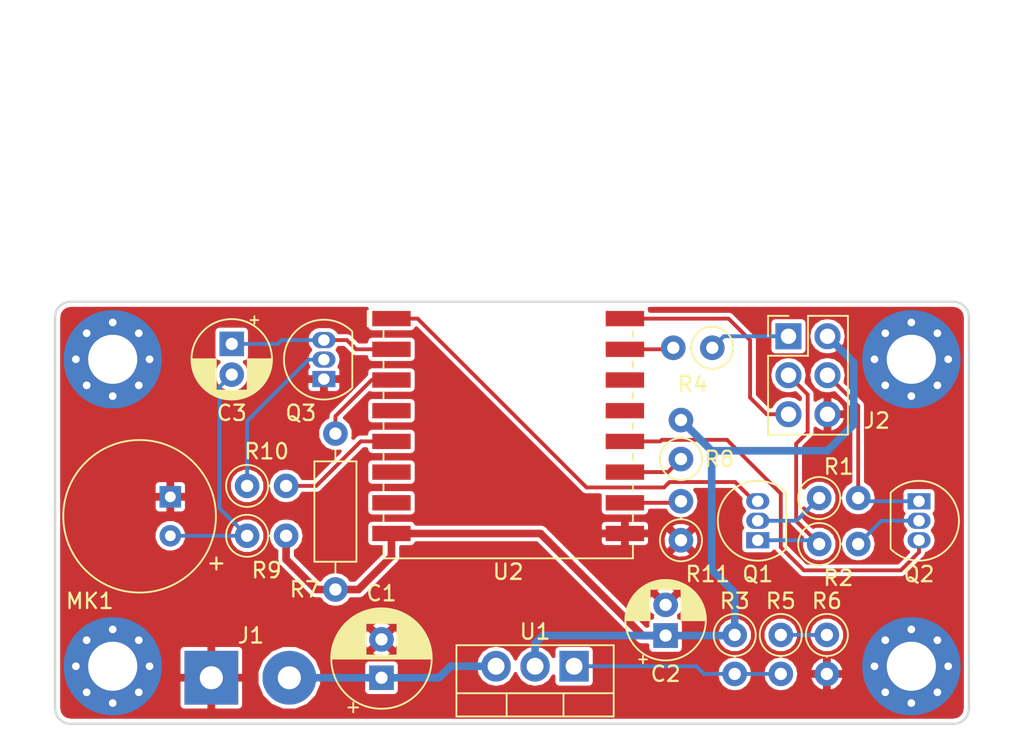
<source format=kicad_pcb>
(kicad_pcb (version 20171130) (host pcbnew 5.0.0-rc2-unknown-r13197-01c2d93a)

  (general
    (thickness 1.6)
    (drawings 8)
    (tracks 94)
    (zones 0)
    (modules 26)
    (nets 27)
  )

  (page A4)
  (layers
    (0 F.Cu signal)
    (31 B.Cu signal)
    (32 B.Adhes user)
    (33 F.Adhes user)
    (34 B.Paste user)
    (35 F.Paste user)
    (36 B.SilkS user)
    (37 F.SilkS user)
    (38 B.Mask user)
    (39 F.Mask user)
    (40 Dwgs.User user)
    (41 Cmts.User user)
    (42 Eco1.User user)
    (43 Eco2.User user)
    (44 Edge.Cuts user)
    (45 Margin user)
    (46 B.CrtYd user)
    (47 F.CrtYd user)
    (48 B.Fab user)
    (49 F.Fab user)
  )

  (setup
    (last_trace_width 0.25)
    (trace_clearance 0.2)
    (zone_clearance 0.254)
    (zone_45_only no)
    (trace_min 0.2)
    (segment_width 0.2)
    (edge_width 0.15)
    (via_size 0.8)
    (via_drill 0.4)
    (via_min_size 0.4)
    (via_min_drill 0.3)
    (uvia_size 0.3)
    (uvia_drill 0.1)
    (uvias_allowed no)
    (uvia_min_size 0.2)
    (uvia_min_drill 0.1)
    (pcb_text_width 0.3)
    (pcb_text_size 1.5 1.5)
    (mod_edge_width 0.15)
    (mod_text_size 1 1)
    (mod_text_width 0.15)
    (pad_size 1.524 1.524)
    (pad_drill 0.762)
    (pad_to_mask_clearance 0.0508)
    (aux_axis_origin 0 0)
    (visible_elements FFFFFF7F)
    (pcbplotparams
      (layerselection 0x010fc_ffffffff)
      (usegerberextensions false)
      (usegerberattributes false)
      (usegerberadvancedattributes false)
      (creategerberjobfile false)
      (excludeedgelayer true)
      (linewidth 0.100000)
      (plotframeref false)
      (viasonmask false)
      (mode 1)
      (useauxorigin false)
      (hpglpennumber 1)
      (hpglpenspeed 20)
      (hpglpendiameter 15.000000)
      (psnegative false)
      (psa4output false)
      (plotreference true)
      (plotvalue true)
      (plotinvisibletext false)
      (padsonsilk false)
      (subtractmaskfromsilk false)
      (outputformat 1)
      (mirror false)
      (drillshape 1)
      (scaleselection 1)
      (outputdirectory ""))
  )

  (net 0 "")
  (net 1 GND)
  (net 2 "Net-(R11-Pad2)")
  (net 3 "Net-(R3-Pad2)")
  (net 4 /ESP_RX)
  (net 5 +3V3)
  (net 6 /RTS)
  (net 7 "Net-(Q2-Pad2)")
  (net 8 "Net-(Q1-Pad2)")
  (net 9 /DTR)
  (net 10 "Net-(R7-Pad1)")
  (net 11 "Net-(R8-Pad1)")
  (net 12 "Net-(Q3-Pad2)")
  (net 13 /RST)
  (net 14 "Net-(U2-Pad4)")
  (net 15 "Net-(U2-Pad6)")
  (net 16 "Net-(U2-Pad7)")
  (net 17 "Net-(U2-Pad13)")
  (net 18 "Net-(U2-Pad14)")
  (net 19 /GPIO0)
  (net 20 /ESP_TX)
  (net 21 VDC)
  (net 22 "Net-(J2-Pad1)")
  (net 23 /MIC+)
  (net 24 /ESP_ADC)
  (net 25 /MIC_EN)
  (net 26 "Net-(R5-Pad1)")

  (net_class Default "This is the default net class."
    (clearance 0.2)
    (trace_width 0.25)
    (via_dia 0.8)
    (via_drill 0.4)
    (uvia_dia 0.3)
    (uvia_drill 0.1)
    (add_net /DTR)
    (add_net /ESP_ADC)
    (add_net /ESP_RX)
    (add_net /ESP_TX)
    (add_net /GPIO0)
    (add_net /MIC+)
    (add_net /MIC_EN)
    (add_net /RST)
    (add_net /RTS)
    (add_net "Net-(J2-Pad1)")
    (add_net "Net-(Q1-Pad2)")
    (add_net "Net-(Q2-Pad2)")
    (add_net "Net-(Q3-Pad2)")
    (add_net "Net-(R11-Pad2)")
    (add_net "Net-(R3-Pad2)")
    (add_net "Net-(R5-Pad1)")
    (add_net "Net-(R7-Pad1)")
    (add_net "Net-(R8-Pad1)")
    (add_net "Net-(U2-Pad13)")
    (add_net "Net-(U2-Pad14)")
    (add_net "Net-(U2-Pad4)")
    (add_net "Net-(U2-Pad6)")
    (add_net "Net-(U2-Pad7)")
  )

  (net_class Power ""
    (clearance 0.2)
    (trace_width 0.5)
    (via_dia 1)
    (via_drill 0.5)
    (uvia_dia 0.3)
    (uvia_drill 0.1)
    (add_net +3V3)
    (add_net GND)
    (add_net VDC)
  )

  (module Package_TO_SOT_THT:TO-220-3_Vertical (layer F.Cu) (tedit 5AC8BA0D) (tstamp 5B454AFA)
    (at 129.29 92.75 180)
    (descr "TO-220-3, Vertical, RM 2.54mm, see https://www.vishay.com/docs/66542/to-220-1.pdf")
    (tags "TO-220-3 Vertical RM 2.54mm")
    (path /5AF8545A)
    (fp_text reference U1 (at 2.54 2.25 180) (layer F.SilkS)
      (effects (font (size 1 1) (thickness 0.15)))
    )
    (fp_text value LM317_3PinPackage (at 2.54 2.5 180) (layer F.Fab)
      (effects (font (size 1 1) (thickness 0.15)))
    )
    (fp_text user %R (at 2.54 -4.27 180) (layer F.Fab)
      (effects (font (size 1 1) (thickness 0.15)))
    )
    (fp_line (start 7.79 -3.4) (end -2.71 -3.4) (layer F.CrtYd) (width 0.05))
    (fp_line (start 7.79 1.51) (end 7.79 -3.4) (layer F.CrtYd) (width 0.05))
    (fp_line (start -2.71 1.51) (end 7.79 1.51) (layer F.CrtYd) (width 0.05))
    (fp_line (start -2.71 -3.4) (end -2.71 1.51) (layer F.CrtYd) (width 0.05))
    (fp_line (start 4.391 -3.27) (end 4.391 -1.76) (layer F.SilkS) (width 0.12))
    (fp_line (start 0.69 -3.27) (end 0.69 -1.76) (layer F.SilkS) (width 0.12))
    (fp_line (start -2.58 -1.76) (end 7.66 -1.76) (layer F.SilkS) (width 0.12))
    (fp_line (start 7.66 -3.27) (end 7.66 1.371) (layer F.SilkS) (width 0.12))
    (fp_line (start -2.58 -3.27) (end -2.58 1.371) (layer F.SilkS) (width 0.12))
    (fp_line (start -2.58 1.371) (end 7.66 1.371) (layer F.SilkS) (width 0.12))
    (fp_line (start -2.58 -3.27) (end 7.66 -3.27) (layer F.SilkS) (width 0.12))
    (fp_line (start 4.39 -3.15) (end 4.39 -1.88) (layer F.Fab) (width 0.1))
    (fp_line (start 0.69 -3.15) (end 0.69 -1.88) (layer F.Fab) (width 0.1))
    (fp_line (start -2.46 -1.88) (end 7.54 -1.88) (layer F.Fab) (width 0.1))
    (fp_line (start 7.54 -3.15) (end -2.46 -3.15) (layer F.Fab) (width 0.1))
    (fp_line (start 7.54 1.25) (end 7.54 -3.15) (layer F.Fab) (width 0.1))
    (fp_line (start -2.46 1.25) (end 7.54 1.25) (layer F.Fab) (width 0.1))
    (fp_line (start -2.46 -3.15) (end -2.46 1.25) (layer F.Fab) (width 0.1))
    (pad 3 thru_hole oval (at 5.08 0 180) (size 1.905 2) (drill 1.1) (layers *.Cu *.Mask)
      (net 21 VDC))
    (pad 2 thru_hole oval (at 2.54 0 180) (size 1.905 2) (drill 1.1) (layers *.Cu *.Mask)
      (net 5 +3V3))
    (pad 1 thru_hole rect (at 0 0 180) (size 1.905 2) (drill 1.1) (layers *.Cu *.Mask)
      (net 3 "Net-(R3-Pad2)"))
    (model ${KISYS3DMOD}/Package_TO_SOT_THT.3dshapes/TO-220-3_Vertical.wrl
      (at (xyz 0 0 0))
      (scale (xyz 1 1 1))
      (rotate (xyz 0 0 0))
    )
  )

  (module Connector_Wire:SolderWirePad_1x02_P5.08mm_Drill1.5mm (layer F.Cu) (tedit 5AEE5F19) (tstamp 5B4603A7)
    (at 105.67 93.5)
    (descr "Wire solder connection")
    (tags connector)
    (path /5B0B209D)
    (attr virtual)
    (fp_text reference J1 (at 2.58 -2.75) (layer F.SilkS)
      (effects (font (size 1 1) (thickness 0.15)))
    )
    (fp_text value Conn_01x02 (at 2.54 3.81) (layer F.Fab)
      (effects (font (size 1 1) (thickness 0.15)))
    )
    (fp_text user %R (at 2.54 0) (layer F.Fab)
      (effects (font (size 1 1) (thickness 0.15)))
    )
    (fp_line (start -2.25 -2.25) (end 7.33 -2.25) (layer F.CrtYd) (width 0.05))
    (fp_line (start -2.25 -2.25) (end -2.25 2.25) (layer F.CrtYd) (width 0.05))
    (fp_line (start 7.33 2.25) (end 7.33 -2.25) (layer F.CrtYd) (width 0.05))
    (fp_line (start 7.33 2.25) (end -2.25 2.25) (layer F.CrtYd) (width 0.05))
    (pad 1 thru_hole rect (at 0 0) (size 3.50012 3.50012) (drill 1.50114) (layers *.Cu *.Mask)
      (net 1 GND))
    (pad 2 thru_hole circle (at 5.08 0) (size 3.50012 3.50012) (drill 1.50114) (layers *.Cu *.Mask)
      (net 21 VDC))
  )

  (module MountingHole:MountingHole_3.2mm_M3_Pad_Via (layer F.Cu) (tedit 5B37F18E) (tstamp 5B4520E0)
    (at 99.25 72.75)
    (descr "Mounting Hole 3.2mm, M3")
    (tags "mounting hole 3.2mm m3")
    (path /5B38858F)
    (zone_connect 2)
    (attr virtual)
    (fp_text reference MH1 (at 0 -4.2) (layer F.Fab)
      (effects (font (size 1 1) (thickness 0.15)))
    )
    (fp_text value Mounting_Hole_PAD (at 0 4.2) (layer F.Fab)
      (effects (font (size 1 1) (thickness 0.15)))
    )
    (fp_circle (center 0 0) (end 3.45 0) (layer F.CrtYd) (width 0.05))
    (fp_circle (center 0 0) (end 3.2 0) (layer Cmts.User) (width 0.15))
    (fp_text user %R (at 0.3 0) (layer F.Fab)
      (effects (font (size 1 1) (thickness 0.15)))
    )
    (pad 1 thru_hole circle (at 1.697056 -1.697056) (size 0.8 0.8) (drill 0.5) (layers *.Cu *.Mask)
      (net 1 GND) (zone_connect 2))
    (pad 1 thru_hole circle (at 0 -2.4) (size 0.8 0.8) (drill 0.5) (layers *.Cu *.Mask)
      (net 1 GND) (zone_connect 2))
    (pad 1 thru_hole circle (at -1.697056 -1.697056) (size 0.8 0.8) (drill 0.5) (layers *.Cu *.Mask)
      (net 1 GND) (zone_connect 2))
    (pad 1 thru_hole circle (at -2.4 0) (size 0.8 0.8) (drill 0.5) (layers *.Cu *.Mask)
      (net 1 GND) (zone_connect 2))
    (pad 1 thru_hole circle (at -1.697056 1.697056) (size 0.8 0.8) (drill 0.5) (layers *.Cu *.Mask)
      (net 1 GND) (zone_connect 2))
    (pad 1 thru_hole circle (at 0 2.4) (size 0.8 0.8) (drill 0.5) (layers *.Cu *.Mask)
      (net 1 GND) (zone_connect 2))
    (pad 1 thru_hole circle (at 1.697056 1.697056) (size 0.8 0.8) (drill 0.5) (layers *.Cu *.Mask)
      (net 1 GND) (zone_connect 2))
    (pad 1 thru_hole circle (at 2.4 0) (size 0.8 0.8) (drill 0.5) (layers *.Cu *.Mask)
      (net 1 GND) (zone_connect 2))
    (pad 1 thru_hole circle (at 0 0) (size 6.4 6.4) (drill 3.2) (layers *.Cu *.Mask)
      (net 1 GND) (zone_connect 2))
  )

  (module MountingHole:MountingHole_3.2mm_M3_Pad_Via (layer F.Cu) (tedit 5B37F18A) (tstamp 5B4520D0)
    (at 151.25 72.75)
    (descr "Mounting Hole 3.2mm, M3")
    (tags "mounting hole 3.2mm m3")
    (path /5B38863C)
    (zone_connect 2)
    (attr virtual)
    (fp_text reference MH2 (at 0 -4.2) (layer F.Fab)
      (effects (font (size 1 1) (thickness 0.15)))
    )
    (fp_text value Mounting_Hole_PAD (at 0 4.2) (layer F.Fab)
      (effects (font (size 1 1) (thickness 0.15)))
    )
    (fp_text user %R (at 0.3 0) (layer F.Fab)
      (effects (font (size 1 1) (thickness 0.15)))
    )
    (fp_circle (center 0 0) (end 3.2 0) (layer Cmts.User) (width 0.15))
    (fp_circle (center 0 0) (end 3.45 0) (layer F.CrtYd) (width 0.05))
    (pad 1 thru_hole circle (at 0 0) (size 6.4 6.4) (drill 3.2) (layers *.Cu *.Mask)
      (net 1 GND) (zone_connect 2))
    (pad 1 thru_hole circle (at 2.4 0) (size 0.8 0.8) (drill 0.5) (layers *.Cu *.Mask)
      (net 1 GND) (zone_connect 2))
    (pad 1 thru_hole circle (at 1.697056 1.697056) (size 0.8 0.8) (drill 0.5) (layers *.Cu *.Mask)
      (net 1 GND) (zone_connect 2))
    (pad 1 thru_hole circle (at 0 2.4) (size 0.8 0.8) (drill 0.5) (layers *.Cu *.Mask)
      (net 1 GND) (zone_connect 2))
    (pad 1 thru_hole circle (at -1.697056 1.697056) (size 0.8 0.8) (drill 0.5) (layers *.Cu *.Mask)
      (net 1 GND) (zone_connect 2))
    (pad 1 thru_hole circle (at -2.4 0) (size 0.8 0.8) (drill 0.5) (layers *.Cu *.Mask)
      (net 1 GND) (zone_connect 2))
    (pad 1 thru_hole circle (at -1.697056 -1.697056) (size 0.8 0.8) (drill 0.5) (layers *.Cu *.Mask)
      (net 1 GND) (zone_connect 2))
    (pad 1 thru_hole circle (at 0 -2.4) (size 0.8 0.8) (drill 0.5) (layers *.Cu *.Mask)
      (net 1 GND) (zone_connect 2))
    (pad 1 thru_hole circle (at 1.697056 -1.697056) (size 0.8 0.8) (drill 0.5) (layers *.Cu *.Mask)
      (net 1 GND) (zone_connect 2))
  )

  (module MountingHole:MountingHole_3.2mm_M3_Pad_Via (layer F.Cu) (tedit 5B37F192) (tstamp 5B4524EB)
    (at 99.25 92.75)
    (descr "Mounting Hole 3.2mm, M3")
    (tags "mounting hole 3.2mm m3")
    (path /5B389586)
    (zone_connect 2)
    (attr virtual)
    (fp_text reference MH3 (at 0 -4.2) (layer F.Fab)
      (effects (font (size 1 1) (thickness 0.15)))
    )
    (fp_text value Mounting_Hole_PAD (at 0 4.2) (layer F.Fab)
      (effects (font (size 1 1) (thickness 0.15)))
    )
    (fp_circle (center 0 0) (end 3.45 0) (layer F.CrtYd) (width 0.05))
    (fp_circle (center 0 0) (end 3.2 0) (layer Cmts.User) (width 0.15))
    (fp_text user %R (at 0.3 0) (layer F.Fab)
      (effects (font (size 1 1) (thickness 0.15)))
    )
    (pad 1 thru_hole circle (at 1.697056 -1.697056) (size 0.8 0.8) (drill 0.5) (layers *.Cu *.Mask)
      (net 1 GND) (zone_connect 2))
    (pad 1 thru_hole circle (at 0 -2.4) (size 0.8 0.8) (drill 0.5) (layers *.Cu *.Mask)
      (net 1 GND) (zone_connect 2))
    (pad 1 thru_hole circle (at -1.697056 -1.697056) (size 0.8 0.8) (drill 0.5) (layers *.Cu *.Mask)
      (net 1 GND) (zone_connect 2))
    (pad 1 thru_hole circle (at -2.4 0) (size 0.8 0.8) (drill 0.5) (layers *.Cu *.Mask)
      (net 1 GND) (zone_connect 2))
    (pad 1 thru_hole circle (at -1.697056 1.697056) (size 0.8 0.8) (drill 0.5) (layers *.Cu *.Mask)
      (net 1 GND) (zone_connect 2))
    (pad 1 thru_hole circle (at 0 2.4) (size 0.8 0.8) (drill 0.5) (layers *.Cu *.Mask)
      (net 1 GND) (zone_connect 2))
    (pad 1 thru_hole circle (at 1.697056 1.697056) (size 0.8 0.8) (drill 0.5) (layers *.Cu *.Mask)
      (net 1 GND) (zone_connect 2))
    (pad 1 thru_hole circle (at 2.4 0) (size 0.8 0.8) (drill 0.5) (layers *.Cu *.Mask)
      (net 1 GND) (zone_connect 2))
    (pad 1 thru_hole circle (at 0 0) (size 6.4 6.4) (drill 3.2) (layers *.Cu *.Mask)
      (net 1 GND) (zone_connect 2))
  )

  (module MountingHole:MountingHole_3.2mm_M3_Pad_Via (layer F.Cu) (tedit 5B37F186) (tstamp 5B452539)
    (at 151.25 92.75)
    (descr "Mounting Hole 3.2mm, M3")
    (tags "mounting hole 3.2mm m3")
    (path /5B38958D)
    (zone_connect 2)
    (attr virtual)
    (fp_text reference MH4 (at 0 -4.2) (layer F.Fab)
      (effects (font (size 1 1) (thickness 0.15)))
    )
    (fp_text value Mounting_Hole_PAD (at 0 4.2) (layer F.Fab)
      (effects (font (size 1 1) (thickness 0.15)))
    )
    (fp_text user %R (at 0.3 0) (layer F.Fab)
      (effects (font (size 1 1) (thickness 0.15)))
    )
    (fp_circle (center 0 0) (end 3.2 0) (layer Cmts.User) (width 0.15))
    (fp_circle (center 0 0) (end 3.45 0) (layer F.CrtYd) (width 0.05))
    (pad 1 thru_hole circle (at 0 0) (size 6.4 6.4) (drill 3.2) (layers *.Cu *.Mask)
      (net 1 GND) (zone_connect 2))
    (pad 1 thru_hole circle (at 2.4 0) (size 0.8 0.8) (drill 0.5) (layers *.Cu *.Mask)
      (net 1 GND) (zone_connect 2))
    (pad 1 thru_hole circle (at 1.697056 1.697056) (size 0.8 0.8) (drill 0.5) (layers *.Cu *.Mask)
      (net 1 GND) (zone_connect 2))
    (pad 1 thru_hole circle (at 0 2.4) (size 0.8 0.8) (drill 0.5) (layers *.Cu *.Mask)
      (net 1 GND) (zone_connect 2))
    (pad 1 thru_hole circle (at -1.697056 1.697056) (size 0.8 0.8) (drill 0.5) (layers *.Cu *.Mask)
      (net 1 GND) (zone_connect 2))
    (pad 1 thru_hole circle (at -2.4 0) (size 0.8 0.8) (drill 0.5) (layers *.Cu *.Mask)
      (net 1 GND) (zone_connect 2))
    (pad 1 thru_hole circle (at -1.697056 -1.697056) (size 0.8 0.8) (drill 0.5) (layers *.Cu *.Mask)
      (net 1 GND) (zone_connect 2))
    (pad 1 thru_hole circle (at 0 -2.4) (size 0.8 0.8) (drill 0.5) (layers *.Cu *.Mask)
      (net 1 GND) (zone_connect 2))
    (pad 1 thru_hole circle (at 1.697056 -1.697056) (size 0.8 0.8) (drill 0.5) (layers *.Cu *.Mask)
      (net 1 GND) (zone_connect 2))
  )

  (module Resistor_THT:R_Axial_DIN0207_L6.3mm_D2.5mm_P2.54mm_Vertical (layer F.Cu) (tedit 5AE5139B) (tstamp 5B38D6CD)
    (at 136.25 79.25 90)
    (descr "Resistor, Axial_DIN0207 series, Axial, Vertical, pin pitch=2.54mm, 0.25W = 1/4W, length*diameter=6.3*2.5mm^2, http://cdn-reichelt.de/documents/datenblatt/B400/1_4W%23YAG.pdf")
    (tags "Resistor Axial_DIN0207 series Axial Vertical pin pitch 2.54mm 0.25W = 1/4W length 6.3mm diameter 2.5mm")
    (path /5AF881FB)
    (fp_text reference R8 (at 0 2.5 180) (layer F.SilkS)
      (effects (font (size 1 1) (thickness 0.15)))
    )
    (fp_text value 10k (at 1.27 2.37 90) (layer F.Fab)
      (effects (font (size 1 1) (thickness 0.15)))
    )
    (fp_circle (center 0 0) (end 1.25 0) (layer F.Fab) (width 0.1))
    (fp_circle (center 0 0) (end 1.37 0) (layer F.SilkS) (width 0.12))
    (fp_line (start 0 0) (end 2.54 0) (layer F.Fab) (width 0.1))
    (fp_line (start 1.37 0) (end 1.44 0) (layer F.SilkS) (width 0.12))
    (fp_line (start -1.5 -1.5) (end -1.5 1.5) (layer F.CrtYd) (width 0.05))
    (fp_line (start -1.5 1.5) (end 3.59 1.5) (layer F.CrtYd) (width 0.05))
    (fp_line (start 3.59 1.5) (end 3.59 -1.5) (layer F.CrtYd) (width 0.05))
    (fp_line (start 3.59 -1.5) (end -1.5 -1.5) (layer F.CrtYd) (width 0.05))
    (fp_text user %R (at 1.27 -2.37 90) (layer F.Fab)
      (effects (font (size 1 1) (thickness 0.15)))
    )
    (pad 1 thru_hole circle (at 0 0 90) (size 1.6 1.6) (drill 0.8) (layers *.Cu *.Mask)
      (net 11 "Net-(R8-Pad1)"))
    (pad 2 thru_hole oval (at 2.54 0 90) (size 1.6 1.6) (drill 0.8) (layers *.Cu *.Mask)
      (net 5 +3V3))
    (model ${KISYS3DMOD}/Resistor_THT.3dshapes/R_Axial_DIN0207_L6.3mm_D2.5mm_P2.54mm_Vertical.wrl
      (at (xyz 0 0 0))
      (scale (xyz 1 1 1))
      (rotate (xyz 0 0 0))
    )
  )

  (module Resistor_THT:R_Axial_DIN0207_L6.3mm_D2.5mm_P2.54mm_Vertical (layer F.Cu) (tedit 5AE5139B) (tstamp 5B38A09D)
    (at 108 84.25)
    (descr "Resistor, Axial_DIN0207 series, Axial, Vertical, pin pitch=2.54mm, 0.25W = 1/4W, length*diameter=6.3*2.5mm^2, http://cdn-reichelt.de/documents/datenblatt/B400/1_4W%23YAG.pdf")
    (tags "Resistor Axial_DIN0207 series Axial Vertical pin pitch 2.54mm 0.25W = 1/4W length 6.3mm diameter 2.5mm")
    (path /5AF86A60)
    (fp_text reference R9 (at 1.27 2.25) (layer F.SilkS)
      (effects (font (size 1 1) (thickness 0.15)))
    )
    (fp_text value 10k (at 1.27 2.37) (layer F.Fab)
      (effects (font (size 1 1) (thickness 0.15)))
    )
    (fp_text user %R (at 1.27 -2.37) (layer F.Fab)
      (effects (font (size 1 1) (thickness 0.15)))
    )
    (fp_line (start 3.59 -1.5) (end -1.5 -1.5) (layer F.CrtYd) (width 0.05))
    (fp_line (start 3.59 1.5) (end 3.59 -1.5) (layer F.CrtYd) (width 0.05))
    (fp_line (start -1.5 1.5) (end 3.59 1.5) (layer F.CrtYd) (width 0.05))
    (fp_line (start -1.5 -1.5) (end -1.5 1.5) (layer F.CrtYd) (width 0.05))
    (fp_line (start 1.37 0) (end 1.44 0) (layer F.SilkS) (width 0.12))
    (fp_line (start 0 0) (end 2.54 0) (layer F.Fab) (width 0.1))
    (fp_circle (center 0 0) (end 1.37 0) (layer F.SilkS) (width 0.12))
    (fp_circle (center 0 0) (end 1.25 0) (layer F.Fab) (width 0.1))
    (pad 2 thru_hole oval (at 2.54 0) (size 1.6 1.6) (drill 0.8) (layers *.Cu *.Mask)
      (net 5 +3V3))
    (pad 1 thru_hole circle (at 0 0) (size 1.6 1.6) (drill 0.8) (layers *.Cu *.Mask)
      (net 23 /MIC+))
    (model ${KISYS3DMOD}/Resistor_THT.3dshapes/R_Axial_DIN0207_L6.3mm_D2.5mm_P2.54mm_Vertical.wrl
      (at (xyz 0 0 0))
      (scale (xyz 1 1 1))
      (rotate (xyz 0 0 0))
    )
  )

  (module Resistor_THT:R_Axial_DIN0207_L6.3mm_D2.5mm_P2.54mm_Vertical (layer F.Cu) (tedit 5AE5139B) (tstamp 5B38C627)
    (at 108 81)
    (descr "Resistor, Axial_DIN0207 series, Axial, Vertical, pin pitch=2.54mm, 0.25W = 1/4W, length*diameter=6.3*2.5mm^2, http://cdn-reichelt.de/documents/datenblatt/B400/1_4W%23YAG.pdf")
    (tags "Resistor Axial_DIN0207 series Axial Vertical pin pitch 2.54mm 0.25W = 1/4W length 6.3mm diameter 2.5mm")
    (path /5AF8738B)
    (fp_text reference R10 (at 1.27 -2.25) (layer F.SilkS)
      (effects (font (size 1 1) (thickness 0.15)))
    )
    (fp_text value 10k (at 1.27 2.37) (layer F.Fab)
      (effects (font (size 1 1) (thickness 0.15)))
    )
    (fp_circle (center 0 0) (end 1.25 0) (layer F.Fab) (width 0.1))
    (fp_circle (center 0 0) (end 1.37 0) (layer F.SilkS) (width 0.12))
    (fp_line (start 0 0) (end 2.54 0) (layer F.Fab) (width 0.1))
    (fp_line (start 1.37 0) (end 1.44 0) (layer F.SilkS) (width 0.12))
    (fp_line (start -1.5 -1.5) (end -1.5 1.5) (layer F.CrtYd) (width 0.05))
    (fp_line (start -1.5 1.5) (end 3.59 1.5) (layer F.CrtYd) (width 0.05))
    (fp_line (start 3.59 1.5) (end 3.59 -1.5) (layer F.CrtYd) (width 0.05))
    (fp_line (start 3.59 -1.5) (end -1.5 -1.5) (layer F.CrtYd) (width 0.05))
    (fp_text user %R (at 1.27 -2.37) (layer F.Fab)
      (effects (font (size 1 1) (thickness 0.15)))
    )
    (pad 1 thru_hole circle (at 0 0) (size 1.6 1.6) (drill 0.8) (layers *.Cu *.Mask)
      (net 12 "Net-(Q3-Pad2)"))
    (pad 2 thru_hole oval (at 2.54 0) (size 1.6 1.6) (drill 0.8) (layers *.Cu *.Mask)
      (net 25 /MIC_EN))
    (model ${KISYS3DMOD}/Resistor_THT.3dshapes/R_Axial_DIN0207_L6.3mm_D2.5mm_P2.54mm_Vertical.wrl
      (at (xyz 0 0 0))
      (scale (xyz 1 1 1))
      (rotate (xyz 0 0 0))
    )
  )

  (module Resistor_THT:R_Axial_DIN0207_L6.3mm_D2.5mm_P2.54mm_Vertical (layer F.Cu) (tedit 5AE5139B) (tstamp 5B38923F)
    (at 138.29 72 180)
    (descr "Resistor, Axial_DIN0207 series, Axial, Vertical, pin pitch=2.54mm, 0.25W = 1/4W, length*diameter=6.3*2.5mm^2, http://cdn-reichelt.de/documents/datenblatt/B400/1_4W%23YAG.pdf")
    (tags "Resistor Axial_DIN0207 series Axial Vertical pin pitch 2.54mm 0.25W = 1/4W length 6.3mm diameter 2.5mm")
    (path /5AF89798)
    (fp_text reference R4 (at 1.27 -2.37 180) (layer F.SilkS)
      (effects (font (size 1 1) (thickness 0.15)))
    )
    (fp_text value 100 (at 1.27 2.37 180) (layer F.Fab)
      (effects (font (size 1 1) (thickness 0.15)))
    )
    (fp_circle (center 0 0) (end 1.25 0) (layer F.Fab) (width 0.1))
    (fp_circle (center 0 0) (end 1.37 0) (layer F.SilkS) (width 0.12))
    (fp_line (start 0 0) (end 2.54 0) (layer F.Fab) (width 0.1))
    (fp_line (start 1.37 0) (end 1.44 0) (layer F.SilkS) (width 0.12))
    (fp_line (start -1.5 -1.5) (end -1.5 1.5) (layer F.CrtYd) (width 0.05))
    (fp_line (start -1.5 1.5) (end 3.59 1.5) (layer F.CrtYd) (width 0.05))
    (fp_line (start 3.59 1.5) (end 3.59 -1.5) (layer F.CrtYd) (width 0.05))
    (fp_line (start 3.59 -1.5) (end -1.5 -1.5) (layer F.CrtYd) (width 0.05))
    (fp_text user %R (at 1.27 -2.37 180) (layer F.Fab)
      (effects (font (size 1 1) (thickness 0.15)))
    )
    (pad 1 thru_hole circle (at 0 0 180) (size 1.6 1.6) (drill 0.8) (layers *.Cu *.Mask)
      (net 22 "Net-(J2-Pad1)"))
    (pad 2 thru_hole oval (at 2.54 0 180) (size 1.6 1.6) (drill 0.8) (layers *.Cu *.Mask)
      (net 4 /ESP_RX))
    (model ${KISYS3DMOD}/Resistor_THT.3dshapes/R_Axial_DIN0207_L6.3mm_D2.5mm_P2.54mm_Vertical.wrl
      (at (xyz 0 0 0))
      (scale (xyz 1 1 1))
      (rotate (xyz 0 0 0))
    )
  )

  (module Resistor_THT:R_Axial_DIN0207_L6.3mm_D2.5mm_P2.54mm_Vertical (layer F.Cu) (tedit 5AE5139B) (tstamp 5B385AC8)
    (at 145.24962 84.788298)
    (descr "Resistor, Axial_DIN0207 series, Axial, Vertical, pin pitch=2.54mm, 0.25W = 1/4W, length*diameter=6.3*2.5mm^2, http://cdn-reichelt.de/documents/datenblatt/B400/1_4W%23YAG.pdf")
    (tags "Resistor Axial_DIN0207 series Axial Vertical pin pitch 2.54mm 0.25W = 1/4W length 6.3mm diameter 2.5mm")
    (path /5AF90FA8)
    (fp_text reference R2 (at 1.25038 2.211702) (layer F.SilkS)
      (effects (font (size 1 1) (thickness 0.15)))
    )
    (fp_text value 10k (at 1.27 2.37) (layer F.Fab)
      (effects (font (size 1 1) (thickness 0.15)))
    )
    (fp_text user %R (at 1.27 -2.37) (layer F.Fab)
      (effects (font (size 1 1) (thickness 0.15)))
    )
    (fp_line (start 3.59 -1.5) (end -1.5 -1.5) (layer F.CrtYd) (width 0.05))
    (fp_line (start 3.59 1.5) (end 3.59 -1.5) (layer F.CrtYd) (width 0.05))
    (fp_line (start -1.5 1.5) (end 3.59 1.5) (layer F.CrtYd) (width 0.05))
    (fp_line (start -1.5 -1.5) (end -1.5 1.5) (layer F.CrtYd) (width 0.05))
    (fp_line (start 1.37 0) (end 1.44 0) (layer F.SilkS) (width 0.12))
    (fp_line (start 0 0) (end 2.54 0) (layer F.Fab) (width 0.1))
    (fp_circle (center 0 0) (end 1.37 0) (layer F.SilkS) (width 0.12))
    (fp_circle (center 0 0) (end 1.25 0) (layer F.Fab) (width 0.1))
    (pad 2 thru_hole oval (at 2.54 0) (size 1.6 1.6) (drill 0.8) (layers *.Cu *.Mask)
      (net 7 "Net-(Q2-Pad2)"))
    (pad 1 thru_hole circle (at 0 0) (size 1.6 1.6) (drill 0.8) (layers *.Cu *.Mask)
      (net 6 /RTS))
    (model ${KISYS3DMOD}/Resistor_THT.3dshapes/R_Axial_DIN0207_L6.3mm_D2.5mm_P2.54mm_Vertical.wrl
      (at (xyz 0 0 0))
      (scale (xyz 1 1 1))
      (rotate (xyz 0 0 0))
    )
  )

  (module Resistor_THT:R_Axial_DIN0207_L6.3mm_D2.5mm_P2.54mm_Vertical (layer F.Cu) (tedit 5AE5139B) (tstamp 5B384D2A)
    (at 145.24962 81.788298)
    (descr "Resistor, Axial_DIN0207 series, Axial, Vertical, pin pitch=2.54mm, 0.25W = 1/4W, length*diameter=6.3*2.5mm^2, http://cdn-reichelt.de/documents/datenblatt/B400/1_4W%23YAG.pdf")
    (tags "Resistor Axial_DIN0207 series Axial Vertical pin pitch 2.54mm 0.25W = 1/4W length 6.3mm diameter 2.5mm")
    (path /5AF91C47)
    (fp_text reference R1 (at 1.27 -2.038298) (layer F.SilkS)
      (effects (font (size 1 1) (thickness 0.15)))
    )
    (fp_text value 10k (at 1.27 2.37) (layer F.Fab)
      (effects (font (size 1 1) (thickness 0.15)))
    )
    (fp_circle (center 0 0) (end 1.25 0) (layer F.Fab) (width 0.1))
    (fp_circle (center 0 0) (end 1.37 0) (layer F.SilkS) (width 0.12))
    (fp_line (start 0 0) (end 2.54 0) (layer F.Fab) (width 0.1))
    (fp_line (start 1.37 0) (end 1.44 0) (layer F.SilkS) (width 0.12))
    (fp_line (start -1.5 -1.5) (end -1.5 1.5) (layer F.CrtYd) (width 0.05))
    (fp_line (start -1.5 1.5) (end 3.59 1.5) (layer F.CrtYd) (width 0.05))
    (fp_line (start 3.59 1.5) (end 3.59 -1.5) (layer F.CrtYd) (width 0.05))
    (fp_line (start 3.59 -1.5) (end -1.5 -1.5) (layer F.CrtYd) (width 0.05))
    (fp_text user %R (at 1.27 -2.37) (layer F.Fab)
      (effects (font (size 1 1) (thickness 0.15)))
    )
    (pad 1 thru_hole circle (at 0 0) (size 1.6 1.6) (drill 0.8) (layers *.Cu *.Mask)
      (net 8 "Net-(Q1-Pad2)"))
    (pad 2 thru_hole oval (at 2.54 0) (size 1.6 1.6) (drill 0.8) (layers *.Cu *.Mask)
      (net 9 /DTR))
    (model ${KISYS3DMOD}/Resistor_THT.3dshapes/R_Axial_DIN0207_L6.3mm_D2.5mm_P2.54mm_Vertical.wrl
      (at (xyz 0 0 0))
      (scale (xyz 1 1 1))
      (rotate (xyz 0 0 0))
    )
  )

  (module Resistor_THT:R_Axial_DIN0207_L6.3mm_D2.5mm_P2.54mm_Vertical (layer F.Cu) (tedit 5AE5139B) (tstamp 5B38DD2B)
    (at 136.25 84.54 90)
    (descr "Resistor, Axial_DIN0207 series, Axial, Vertical, pin pitch=2.54mm, 0.25W = 1/4W, length*diameter=6.3*2.5mm^2, http://cdn-reichelt.de/documents/datenblatt/B400/1_4W%23YAG.pdf")
    (tags "Resistor Axial_DIN0207 series Axial Vertical pin pitch 2.54mm 0.25W = 1/4W length 6.3mm diameter 2.5mm")
    (path /5AF886FA)
    (fp_text reference R11 (at -2.21 1.75 180) (layer F.SilkS)
      (effects (font (size 1 1) (thickness 0.15)))
    )
    (fp_text value 4.7k (at 1.27 2.37 90) (layer F.Fab)
      (effects (font (size 1 1) (thickness 0.15)))
    )
    (fp_circle (center 0 0) (end 1.25 0) (layer F.Fab) (width 0.1))
    (fp_circle (center 0 0) (end 1.37 0) (layer F.SilkS) (width 0.12))
    (fp_line (start 0 0) (end 2.54 0) (layer F.Fab) (width 0.1))
    (fp_line (start 1.37 0) (end 1.44 0) (layer F.SilkS) (width 0.12))
    (fp_line (start -1.5 -1.5) (end -1.5 1.5) (layer F.CrtYd) (width 0.05))
    (fp_line (start -1.5 1.5) (end 3.59 1.5) (layer F.CrtYd) (width 0.05))
    (fp_line (start 3.59 1.5) (end 3.59 -1.5) (layer F.CrtYd) (width 0.05))
    (fp_line (start 3.59 -1.5) (end -1.5 -1.5) (layer F.CrtYd) (width 0.05))
    (fp_text user %R (at 1.27 -2.37 90) (layer F.Fab)
      (effects (font (size 1 1) (thickness 0.15)))
    )
    (pad 1 thru_hole circle (at 0 0 90) (size 1.6 1.6) (drill 0.8) (layers *.Cu *.Mask)
      (net 1 GND))
    (pad 2 thru_hole oval (at 2.54 0 90) (size 1.6 1.6) (drill 0.8) (layers *.Cu *.Mask)
      (net 2 "Net-(R11-Pad2)"))
    (model ${KISYS3DMOD}/Resistor_THT.3dshapes/R_Axial_DIN0207_L6.3mm_D2.5mm_P2.54mm_Vertical.wrl
      (at (xyz 0 0 0))
      (scale (xyz 1 1 1))
      (rotate (xyz 0 0 0))
    )
  )

  (module Resistor_THT:R_Axial_DIN0207_L6.3mm_D2.5mm_P2.54mm_Vertical (layer F.Cu) (tedit 5AE5139B) (tstamp 5B454308)
    (at 139.75 90.71 270)
    (descr "Resistor, Axial_DIN0207 series, Axial, Vertical, pin pitch=2.54mm, 0.25W = 1/4W, length*diameter=6.3*2.5mm^2, http://cdn-reichelt.de/documents/datenblatt/B400/1_4W%23YAG.pdf")
    (tags "Resistor Axial_DIN0207 series Axial Vertical pin pitch 2.54mm 0.25W = 1/4W length 6.3mm diameter 2.5mm")
    (path /5AF855E5)
    (fp_text reference R3 (at -2.21 0) (layer F.SilkS)
      (effects (font (size 1 1) (thickness 0.15)))
    )
    (fp_text value 680 (at 1.27 2.37 270) (layer F.Fab)
      (effects (font (size 1 1) (thickness 0.15)))
    )
    (fp_circle (center 0 0) (end 1.25 0) (layer F.Fab) (width 0.1))
    (fp_circle (center 0 0) (end 1.37 0) (layer F.SilkS) (width 0.12))
    (fp_line (start 0 0) (end 2.54 0) (layer F.Fab) (width 0.1))
    (fp_line (start 1.37 0) (end 1.44 0) (layer F.SilkS) (width 0.12))
    (fp_line (start -1.5 -1.5) (end -1.5 1.5) (layer F.CrtYd) (width 0.05))
    (fp_line (start -1.5 1.5) (end 3.59 1.5) (layer F.CrtYd) (width 0.05))
    (fp_line (start 3.59 1.5) (end 3.59 -1.5) (layer F.CrtYd) (width 0.05))
    (fp_line (start 3.59 -1.5) (end -1.5 -1.5) (layer F.CrtYd) (width 0.05))
    (fp_text user %R (at 1.27 -2.37 270) (layer F.Fab)
      (effects (font (size 1 1) (thickness 0.15)))
    )
    (pad 1 thru_hole circle (at 0 0 270) (size 1.6 1.6) (drill 0.8) (layers *.Cu *.Mask)
      (net 5 +3V3))
    (pad 2 thru_hole oval (at 2.54 0 270) (size 1.6 1.6) (drill 0.8) (layers *.Cu *.Mask)
      (net 3 "Net-(R3-Pad2)"))
    (model ${KISYS3DMOD}/Resistor_THT.3dshapes/R_Axial_DIN0207_L6.3mm_D2.5mm_P2.54mm_Vertical.wrl
      (at (xyz 0 0 0))
      (scale (xyz 1 1 1))
      (rotate (xyz 0 0 0))
    )
  )

  (module Resistor_THT:R_Axial_DIN0207_L6.3mm_D2.5mm_P2.54mm_Vertical (layer F.Cu) (tedit 5AE5139B) (tstamp 5B454338)
    (at 142.75 90.71 270)
    (descr "Resistor, Axial_DIN0207 series, Axial, Vertical, pin pitch=2.54mm, 0.25W = 1/4W, length*diameter=6.3*2.5mm^2, http://cdn-reichelt.de/documents/datenblatt/B400/1_4W%23YAG.pdf")
    (tags "Resistor Axial_DIN0207 series Axial Vertical pin pitch 2.54mm 0.25W = 1/4W length 6.3mm diameter 2.5mm")
    (path /5AF857EA)
    (fp_text reference R5 (at -2.21 0) (layer F.SilkS)
      (effects (font (size 1 1) (thickness 0.15)))
    )
    (fp_text value 1k (at 1.27 2.37 270) (layer F.Fab)
      (effects (font (size 1 1) (thickness 0.15)))
    )
    (fp_text user %R (at 1.27 -2.37 270) (layer F.Fab)
      (effects (font (size 1 1) (thickness 0.15)))
    )
    (fp_line (start 3.59 -1.5) (end -1.5 -1.5) (layer F.CrtYd) (width 0.05))
    (fp_line (start 3.59 1.5) (end 3.59 -1.5) (layer F.CrtYd) (width 0.05))
    (fp_line (start -1.5 1.5) (end 3.59 1.5) (layer F.CrtYd) (width 0.05))
    (fp_line (start -1.5 -1.5) (end -1.5 1.5) (layer F.CrtYd) (width 0.05))
    (fp_line (start 1.37 0) (end 1.44 0) (layer F.SilkS) (width 0.12))
    (fp_line (start 0 0) (end 2.54 0) (layer F.Fab) (width 0.1))
    (fp_circle (center 0 0) (end 1.37 0) (layer F.SilkS) (width 0.12))
    (fp_circle (center 0 0) (end 1.25 0) (layer F.Fab) (width 0.1))
    (pad 2 thru_hole oval (at 2.54 0 270) (size 1.6 1.6) (drill 0.8) (layers *.Cu *.Mask)
      (net 3 "Net-(R3-Pad2)"))
    (pad 1 thru_hole circle (at 0 0 270) (size 1.6 1.6) (drill 0.8) (layers *.Cu *.Mask)
      (net 26 "Net-(R5-Pad1)"))
    (model ${KISYS3DMOD}/Resistor_THT.3dshapes/R_Axial_DIN0207_L6.3mm_D2.5mm_P2.54mm_Vertical.wrl
      (at (xyz 0 0 0))
      (scale (xyz 1 1 1))
      (rotate (xyz 0 0 0))
    )
  )

  (module Resistor_THT:R_Axial_DIN0207_L6.3mm_D2.5mm_P2.54mm_Vertical (layer F.Cu) (tedit 5AE5139B) (tstamp 5B4542DE)
    (at 145.75 90.71 270)
    (descr "Resistor, Axial_DIN0207 series, Axial, Vertical, pin pitch=2.54mm, 0.25W = 1/4W, length*diameter=6.3*2.5mm^2, http://cdn-reichelt.de/documents/datenblatt/B400/1_4W%23YAG.pdf")
    (tags "Resistor Axial_DIN0207 series Axial Vertical pin pitch 2.54mm 0.25W = 1/4W length 6.3mm diameter 2.5mm")
    (path /5AF8585F)
    (fp_text reference R6 (at -2.21 0) (layer F.SilkS)
      (effects (font (size 1 1) (thickness 0.15)))
    )
    (fp_text value 100 (at 1.27 2.37 270) (layer F.Fab)
      (effects (font (size 1 1) (thickness 0.15)))
    )
    (fp_circle (center 0 0) (end 1.25 0) (layer F.Fab) (width 0.1))
    (fp_circle (center 0 0) (end 1.37 0) (layer F.SilkS) (width 0.12))
    (fp_line (start 0 0) (end 2.54 0) (layer F.Fab) (width 0.1))
    (fp_line (start 1.37 0) (end 1.44 0) (layer F.SilkS) (width 0.12))
    (fp_line (start -1.5 -1.5) (end -1.5 1.5) (layer F.CrtYd) (width 0.05))
    (fp_line (start -1.5 1.5) (end 3.59 1.5) (layer F.CrtYd) (width 0.05))
    (fp_line (start 3.59 1.5) (end 3.59 -1.5) (layer F.CrtYd) (width 0.05))
    (fp_line (start 3.59 -1.5) (end -1.5 -1.5) (layer F.CrtYd) (width 0.05))
    (fp_text user %R (at 1.27 -2.37 270) (layer F.Fab)
      (effects (font (size 1 1) (thickness 0.15)))
    )
    (pad 1 thru_hole circle (at 0 0 270) (size 1.6 1.6) (drill 0.8) (layers *.Cu *.Mask)
      (net 26 "Net-(R5-Pad1)"))
    (pad 2 thru_hole oval (at 2.54 0 270) (size 1.6 1.6) (drill 0.8) (layers *.Cu *.Mask)
      (net 1 GND))
    (model ${KISYS3DMOD}/Resistor_THT.3dshapes/R_Axial_DIN0207_L6.3mm_D2.5mm_P2.54mm_Vertical.wrl
      (at (xyz 0 0 0))
      (scale (xyz 1 1 1))
      (rotate (xyz 0 0 0))
    )
  )

  (module RF_Module:ESP-07 (layer F.Cu) (tedit 5B1D6972) (tstamp 5B2B1819)
    (at 125 75)
    (descr "Wi-Fi Module, http://wiki.ai-thinker.com/_media/esp8266/docs/a007ps01a2_esp-07_product_specification_v1.2.pdf")
    (tags "Wi-Fi Module")
    (path /5B37DF5D)
    (attr smd)
    (fp_text reference U2 (at 0 11.6) (layer F.SilkS)
      (effects (font (size 1 1) (thickness 0.15)))
    )
    (fp_text value ESP-07 (at 0 9.6) (layer F.Fab)
      (effects (font (size 1 1) (thickness 0.15)))
    )
    (fp_line (start 8.12 -3.7) (end 8.12 -4.1) (layer F.SilkS) (width 0.12))
    (fp_line (start -8.12 -3.7) (end -8.12 -4.1) (layer F.SilkS) (width 0.12))
    (fp_line (start 8.12 -1.7) (end 8.12 -2.1) (layer F.SilkS) (width 0.12))
    (fp_line (start -8.12 -1.7) (end -8.12 -2.1) (layer F.SilkS) (width 0.12))
    (fp_line (start 8.12 0.3) (end 8.12 -0.1) (layer F.SilkS) (width 0.12))
    (fp_line (start -8.12 0.3) (end -8.12 -0.1) (layer F.SilkS) (width 0.12))
    (fp_line (start 8.12 2.3) (end 8.12 1.9) (layer F.SilkS) (width 0.12))
    (fp_line (start -8.12 2.3) (end -8.12 1.9) (layer F.SilkS) (width 0.12))
    (fp_line (start 8.12 4.3) (end 8.12 3.9) (layer F.SilkS) (width 0.12))
    (fp_line (start -8.12 4.3) (end -8.12 3.9) (layer F.SilkS) (width 0.12))
    (fp_line (start 8.12 6.3) (end 8.12 5.9) (layer F.SilkS) (width 0.12))
    (fp_line (start -8.12 6.3) (end -8.12 5.9) (layer F.SilkS) (width 0.12))
    (fp_line (start 8.12 8.3) (end 8.12 7.9) (layer F.SilkS) (width 0.12))
    (fp_line (start -8.12 8.3) (end -8.12 7.9) (layer F.SilkS) (width 0.12))
    (fp_line (start 23 -8.6) (end 20.4 -6) (layer Dwgs.User) (width 0.12))
    (fp_line (start 23 -11.6) (end 17.4 -6) (layer Dwgs.User) (width 0.12))
    (fp_line (start 23 -14.6) (end 14.4 -6) (layer Dwgs.User) (width 0.12))
    (fp_line (start 23 -17.6) (end 11.4 -6) (layer Dwgs.User) (width 0.12))
    (fp_line (start 23 -20.6) (end 8.4 -6) (layer Dwgs.User) (width 0.12))
    (fp_line (start 5.4 -6) (end 23 -23.6) (layer Dwgs.User) (width 0.12))
    (fp_line (start 19 -25.6) (end -0.6 -6) (layer Dwgs.User) (width 0.12))
    (fp_line (start 16 -25.6) (end -3.6 -6) (layer Dwgs.User) (width 0.12))
    (fp_line (start 2.4 -6) (end 22 -25.6) (layer Dwgs.User) (width 0.12))
    (fp_line (start 7 -25.6) (end -12.6 -6) (layer Dwgs.User) (width 0.12))
    (fp_line (start 10 -25.6) (end -9.6 -6) (layer Dwgs.User) (width 0.12))
    (fp_line (start -6.6 -6) (end 13 -25.6) (layer Dwgs.User) (width 0.12))
    (fp_line (start -15.6 -6) (end 4 -25.6) (layer Dwgs.User) (width 0.12))
    (fp_line (start 1 -25.6) (end -18.6 -6) (layer Dwgs.User) (width 0.12))
    (fp_line (start -2 -25.6) (end -21.6 -6) (layer Dwgs.User) (width 0.12))
    (fp_line (start -5 -25.6) (end -23 -7.6) (layer Dwgs.User) (width 0.12))
    (fp_line (start -8 -25.6) (end -23 -10.6) (layer Dwgs.User) (width 0.12))
    (fp_line (start -11 -25.6) (end -23 -13.6) (layer Dwgs.User) (width 0.12))
    (fp_line (start -14 -25.6) (end -23 -16.6) (layer Dwgs.User) (width 0.12))
    (fp_line (start -17 -25.6) (end -23 -19.6) (layer Dwgs.User) (width 0.12))
    (fp_line (start -20 -25.6) (end -23 -22.6) (layer Dwgs.User) (width 0.12))
    (fp_line (start 23 -6) (end 23 -25.6) (layer Dwgs.User) (width 0.12))
    (fp_line (start 23 -6) (end -23 -6) (layer Dwgs.User) (width 0.12))
    (fp_line (start -23 -25.6) (end -23 -6) (layer Dwgs.User) (width 0.12))
    (fp_line (start -23 -25.6) (end 23 -25.6) (layer Dwgs.User) (width 0.12))
    (fp_line (start -9.15 -5.4) (end -9.15 -4.4) (layer F.SilkS) (width 0.12))
    (fp_line (start -8.12 10.72) (end -8.12 9.9) (layer F.SilkS) (width 0.12))
    (fp_line (start 8.12 10.72) (end -8.12 10.72) (layer F.SilkS) (width 0.12))
    (fp_line (start 8.12 9.9) (end 8.12 10.72) (layer F.SilkS) (width 0.12))
    (fp_line (start -9.1 10.85) (end -9.1 -10.85) (layer F.CrtYd) (width 0.05))
    (fp_line (start 9.1 10.85) (end -9.1 10.85) (layer F.CrtYd) (width 0.05))
    (fp_line (start 9.1 -10.85) (end 9.1 10.85) (layer F.CrtYd) (width 0.05))
    (fp_line (start -9.1 -10.85) (end 9.1 -10.85) (layer F.CrtYd) (width 0.05))
    (fp_line (start -8 -5.4) (end -8 -10.6) (layer F.Fab) (width 0.1))
    (fp_line (start -7.5 -4.9) (end -8 -5.4) (layer F.Fab) (width 0.1))
    (fp_line (start -8 -4.4) (end -7.5 -4.9) (layer F.Fab) (width 0.1))
    (fp_line (start -8 10.6) (end -8 -4.4) (layer F.Fab) (width 0.1))
    (fp_line (start 8 10.6) (end -8 10.6) (layer F.Fab) (width 0.1))
    (fp_line (start 8 -10.6) (end 8 10.6) (layer F.Fab) (width 0.1))
    (fp_line (start -8 -10.6) (end 8 -10.6) (layer F.Fab) (width 0.1))
    (fp_text user %R (at 0 0) (layer F.Fab)
      (effects (font (size 1 1) (thickness 0.15)))
    )
    (fp_text user "KEEP-OUT ZONE" (at 0 -17.3 180) (layer Cmts.User)
      (effects (font (size 1 1) (thickness 0.15)))
    )
    (fp_text user "No metal, traces, or components\non any PCB layer if using on-board antenna" (at 0 -14.3 180) (layer Cmts.User)
      (effects (font (size 0.8 0.8) (thickness 0.12)))
    )
    (pad 16 smd rect (at 7.6 -4.9) (size 2.5 1) (layers F.Cu F.Paste F.Mask)
      (net 20 /ESP_TX))
    (pad 15 smd rect (at 7.6 -2.9) (size 2.5 1) (layers F.Cu F.Paste F.Mask)
      (net 4 /ESP_RX))
    (pad 14 smd rect (at 7.6 -0.9) (size 2.5 1) (layers F.Cu F.Paste F.Mask)
      (net 18 "Net-(U2-Pad14)"))
    (pad 13 smd rect (at 7.6 1.1) (size 2.5 1) (layers F.Cu F.Paste F.Mask)
      (net 17 "Net-(U2-Pad13)"))
    (pad 12 smd rect (at 7.6 3.1) (size 2.5 1) (layers F.Cu F.Paste F.Mask)
      (net 19 /GPIO0))
    (pad 11 smd rect (at 7.6 5.1) (size 2.5 1) (layers F.Cu F.Paste F.Mask)
      (net 11 "Net-(R8-Pad1)"))
    (pad 10 smd rect (at 7.6 7.1) (size 2.5 1) (layers F.Cu F.Paste F.Mask)
      (net 2 "Net-(R11-Pad2)"))
    (pad 9 smd rect (at 7.6 9.1) (size 2.5 1) (layers F.Cu F.Paste F.Mask)
      (net 1 GND))
    (pad 8 smd rect (at -7.6 9.1) (size 2.5 1) (layers F.Cu F.Paste F.Mask)
      (net 5 +3V3))
    (pad 7 smd rect (at -7.6 7.1) (size 2.5 1) (layers F.Cu F.Paste F.Mask)
      (net 16 "Net-(U2-Pad7)"))
    (pad 6 smd rect (at -7.6 5.1) (size 2.5 1) (layers F.Cu F.Paste F.Mask)
      (net 15 "Net-(U2-Pad6)"))
    (pad 5 smd rect (at -7.6 3.1) (size 2.5 1) (layers F.Cu F.Paste F.Mask)
      (net 25 /MIC_EN))
    (pad 4 smd rect (at -7.6 1.1) (size 2.5 1) (layers F.Cu F.Paste F.Mask)
      (net 14 "Net-(U2-Pad4)"))
    (pad 3 smd rect (at -7.6 -0.9) (size 2.5 1) (layers F.Cu F.Paste F.Mask)
      (net 10 "Net-(R7-Pad1)"))
    (pad 2 smd rect (at -7.6 -2.9) (size 2.5 1) (layers F.Cu F.Paste F.Mask)
      (net 24 /ESP_ADC))
    (pad 1 smd rect (at -7.6 -4.9) (size 2.5 1) (layers F.Cu F.Paste F.Mask)
      (net 13 /RST))
    (model ${KISYS3DMOD}/RF_Module.3dshapes/ESP-07.wrl
      (at (xyz 0 0 0))
      (scale (xyz 1 1 1))
      (rotate (xyz 0 0 0))
    )
  )

  (module dryer-buzz-pcb:Microphone_Condenser_Panasonic_WM-54B (layer F.Cu) (tedit 5B0B1740) (tstamp 5B45400F)
    (at 103 81.71 180)
    (descr http://users.ece.utexas.edu/~valvano/Datasheets/ElectretWM_54B.pdf)
    (tags electret)
    (path /5AF89ADD)
    (fp_text reference MK1 (at 5.25 -6.79 180) (layer F.SilkS)
      (effects (font (size 1 1) (thickness 0.15)))
    )
    (fp_text value Microphone_Condenser (at 2 4.73 180) (layer F.Fab)
      (effects (font (size 1 1) (thickness 0.15)))
    )
    (fp_circle (center 1.99 -1.27) (end 7.09 -1.27) (layer F.CrtYd) (width 0.05))
    (fp_text user + (at -3 -4.27 180) (layer F.SilkS)
      (effects (font (size 1 1) (thickness 0.15)))
    )
    (fp_text user %R (at 2 -1.27 180) (layer F.Fab)
      (effects (font (size 1 1) (thickness 0.15)))
    )
    (fp_circle (center 2 -1.27) (end 6.97 -1.27) (layer F.SilkS) (width 0.12))
    (fp_circle (center 2 -1.27) (end 6.85 -1.27) (layer F.Fab) (width 0.1))
    (pad 1 thru_hole rect (at 0 0 180) (size 1.4 1.4) (drill 0.7) (layers *.Cu *.Mask)
      (net 1 GND))
    (pad 2 thru_hole circle (at 0 -2.54 180) (size 1.4 1.4) (drill 0.7) (layers *.Cu *.Mask)
      (net 23 /MIC+))
  )

  (module Connector_PinHeader_2.54mm:PinHeader_2x03_P2.54mm_Vertical (layer F.Cu) (tedit 59FED5CC) (tstamp 5B383B02)
    (at 143.25 71.25)
    (descr "Through hole straight pin header, 2x03, 2.54mm pitch, double rows")
    (tags "Through hole pin header THT 2x03 2.54mm double row")
    (path /5AF88C79)
    (fp_text reference J2 (at 5.75 5.5) (layer F.SilkS)
      (effects (font (size 1 1) (thickness 0.15)))
    )
    (fp_text value Conn_02x03_Odd_Even (at 1.27 7.41) (layer F.Fab)
      (effects (font (size 1 1) (thickness 0.15)))
    )
    (fp_line (start 0 -1.27) (end 3.81 -1.27) (layer F.Fab) (width 0.1))
    (fp_line (start 3.81 -1.27) (end 3.81 6.35) (layer F.Fab) (width 0.1))
    (fp_line (start 3.81 6.35) (end -1.27 6.35) (layer F.Fab) (width 0.1))
    (fp_line (start -1.27 6.35) (end -1.27 0) (layer F.Fab) (width 0.1))
    (fp_line (start -1.27 0) (end 0 -1.27) (layer F.Fab) (width 0.1))
    (fp_line (start -1.33 6.41) (end 3.87 6.41) (layer F.SilkS) (width 0.12))
    (fp_line (start -1.33 1.27) (end -1.33 6.41) (layer F.SilkS) (width 0.12))
    (fp_line (start 3.87 -1.33) (end 3.87 6.41) (layer F.SilkS) (width 0.12))
    (fp_line (start -1.33 1.27) (end 1.27 1.27) (layer F.SilkS) (width 0.12))
    (fp_line (start 1.27 1.27) (end 1.27 -1.33) (layer F.SilkS) (width 0.12))
    (fp_line (start 1.27 -1.33) (end 3.87 -1.33) (layer F.SilkS) (width 0.12))
    (fp_line (start -1.33 0) (end -1.33 -1.33) (layer F.SilkS) (width 0.12))
    (fp_line (start -1.33 -1.33) (end 0 -1.33) (layer F.SilkS) (width 0.12))
    (fp_line (start -1.8 -1.8) (end -1.8 6.85) (layer F.CrtYd) (width 0.05))
    (fp_line (start -1.8 6.85) (end 4.35 6.85) (layer F.CrtYd) (width 0.05))
    (fp_line (start 4.35 6.85) (end 4.35 -1.8) (layer F.CrtYd) (width 0.05))
    (fp_line (start 4.35 -1.8) (end -1.8 -1.8) (layer F.CrtYd) (width 0.05))
    (fp_text user %R (at 1.27 2.54 90) (layer F.Fab)
      (effects (font (size 1 1) (thickness 0.15)))
    )
    (pad 1 thru_hole rect (at 0 0) (size 1.7 1.7) (drill 1) (layers *.Cu *.Mask)
      (net 22 "Net-(J2-Pad1)"))
    (pad 2 thru_hole oval (at 2.54 0) (size 1.7 1.7) (drill 1) (layers *.Cu *.Mask)
      (net 5 +3V3))
    (pad 3 thru_hole oval (at 0 2.54) (size 1.7 1.7) (drill 1) (layers *.Cu *.Mask)
      (net 6 /RTS))
    (pad 4 thru_hole oval (at 2.54 2.54) (size 1.7 1.7) (drill 1) (layers *.Cu *.Mask)
      (net 9 /DTR))
    (pad 5 thru_hole oval (at 0 5.08) (size 1.7 1.7) (drill 1) (layers *.Cu *.Mask)
      (net 20 /ESP_TX))
    (pad 6 thru_hole oval (at 2.54 5.08) (size 1.7 1.7) (drill 1) (layers *.Cu *.Mask)
      (net 1 GND))
    (model ${KISYS3DMOD}/Connector_PinHeader_2.54mm.3dshapes/PinHeader_2x03_P2.54mm_Vertical.wrl
      (at (xyz 0 0 0))
      (scale (xyz 1 1 1))
      (rotate (xyz 0 0 0))
    )
  )

  (module Capacitor_THT:CP_Radial_D5.0mm_P2.00mm (layer F.Cu) (tedit 5AE50EF0) (tstamp 5B454794)
    (at 135.25 90.75 90)
    (descr "CP, Radial series, Radial, pin pitch=2.00mm, , diameter=5mm, Electrolytic Capacitor")
    (tags "CP Radial series Radial pin pitch 2.00mm  diameter 5mm Electrolytic Capacitor")
    (path /5AF85E05)
    (fp_text reference C2 (at -2.5 0 180) (layer F.SilkS)
      (effects (font (size 1 1) (thickness 0.15)))
    )
    (fp_text value "10uF 50V" (at 1 3.75 90) (layer F.Fab)
      (effects (font (size 1 1) (thickness 0.15)))
    )
    (fp_text user %R (at 1 0 90) (layer F.Fab)
      (effects (font (size 1 1) (thickness 0.15)))
    )
    (fp_line (start -1.554775 -1.725) (end -1.554775 -1.225) (layer F.SilkS) (width 0.12))
    (fp_line (start -1.804775 -1.475) (end -1.304775 -1.475) (layer F.SilkS) (width 0.12))
    (fp_line (start 3.601 -0.284) (end 3.601 0.284) (layer F.SilkS) (width 0.12))
    (fp_line (start 3.561 -0.518) (end 3.561 0.518) (layer F.SilkS) (width 0.12))
    (fp_line (start 3.521 -0.677) (end 3.521 0.677) (layer F.SilkS) (width 0.12))
    (fp_line (start 3.481 -0.805) (end 3.481 0.805) (layer F.SilkS) (width 0.12))
    (fp_line (start 3.441 -0.915) (end 3.441 0.915) (layer F.SilkS) (width 0.12))
    (fp_line (start 3.401 -1.011) (end 3.401 1.011) (layer F.SilkS) (width 0.12))
    (fp_line (start 3.361 -1.098) (end 3.361 1.098) (layer F.SilkS) (width 0.12))
    (fp_line (start 3.321 -1.178) (end 3.321 1.178) (layer F.SilkS) (width 0.12))
    (fp_line (start 3.281 -1.251) (end 3.281 1.251) (layer F.SilkS) (width 0.12))
    (fp_line (start 3.241 -1.319) (end 3.241 1.319) (layer F.SilkS) (width 0.12))
    (fp_line (start 3.201 -1.383) (end 3.201 1.383) (layer F.SilkS) (width 0.12))
    (fp_line (start 3.161 -1.443) (end 3.161 1.443) (layer F.SilkS) (width 0.12))
    (fp_line (start 3.121 -1.5) (end 3.121 1.5) (layer F.SilkS) (width 0.12))
    (fp_line (start 3.081 -1.554) (end 3.081 1.554) (layer F.SilkS) (width 0.12))
    (fp_line (start 3.041 -1.605) (end 3.041 1.605) (layer F.SilkS) (width 0.12))
    (fp_line (start 3.001 1.04) (end 3.001 1.653) (layer F.SilkS) (width 0.12))
    (fp_line (start 3.001 -1.653) (end 3.001 -1.04) (layer F.SilkS) (width 0.12))
    (fp_line (start 2.961 1.04) (end 2.961 1.699) (layer F.SilkS) (width 0.12))
    (fp_line (start 2.961 -1.699) (end 2.961 -1.04) (layer F.SilkS) (width 0.12))
    (fp_line (start 2.921 1.04) (end 2.921 1.743) (layer F.SilkS) (width 0.12))
    (fp_line (start 2.921 -1.743) (end 2.921 -1.04) (layer F.SilkS) (width 0.12))
    (fp_line (start 2.881 1.04) (end 2.881 1.785) (layer F.SilkS) (width 0.12))
    (fp_line (start 2.881 -1.785) (end 2.881 -1.04) (layer F.SilkS) (width 0.12))
    (fp_line (start 2.841 1.04) (end 2.841 1.826) (layer F.SilkS) (width 0.12))
    (fp_line (start 2.841 -1.826) (end 2.841 -1.04) (layer F.SilkS) (width 0.12))
    (fp_line (start 2.801 1.04) (end 2.801 1.864) (layer F.SilkS) (width 0.12))
    (fp_line (start 2.801 -1.864) (end 2.801 -1.04) (layer F.SilkS) (width 0.12))
    (fp_line (start 2.761 1.04) (end 2.761 1.901) (layer F.SilkS) (width 0.12))
    (fp_line (start 2.761 -1.901) (end 2.761 -1.04) (layer F.SilkS) (width 0.12))
    (fp_line (start 2.721 1.04) (end 2.721 1.937) (layer F.SilkS) (width 0.12))
    (fp_line (start 2.721 -1.937) (end 2.721 -1.04) (layer F.SilkS) (width 0.12))
    (fp_line (start 2.681 1.04) (end 2.681 1.971) (layer F.SilkS) (width 0.12))
    (fp_line (start 2.681 -1.971) (end 2.681 -1.04) (layer F.SilkS) (width 0.12))
    (fp_line (start 2.641 1.04) (end 2.641 2.004) (layer F.SilkS) (width 0.12))
    (fp_line (start 2.641 -2.004) (end 2.641 -1.04) (layer F.SilkS) (width 0.12))
    (fp_line (start 2.601 1.04) (end 2.601 2.035) (layer F.SilkS) (width 0.12))
    (fp_line (start 2.601 -2.035) (end 2.601 -1.04) (layer F.SilkS) (width 0.12))
    (fp_line (start 2.561 1.04) (end 2.561 2.065) (layer F.SilkS) (width 0.12))
    (fp_line (start 2.561 -2.065) (end 2.561 -1.04) (layer F.SilkS) (width 0.12))
    (fp_line (start 2.521 1.04) (end 2.521 2.095) (layer F.SilkS) (width 0.12))
    (fp_line (start 2.521 -2.095) (end 2.521 -1.04) (layer F.SilkS) (width 0.12))
    (fp_line (start 2.481 1.04) (end 2.481 2.122) (layer F.SilkS) (width 0.12))
    (fp_line (start 2.481 -2.122) (end 2.481 -1.04) (layer F.SilkS) (width 0.12))
    (fp_line (start 2.441 1.04) (end 2.441 2.149) (layer F.SilkS) (width 0.12))
    (fp_line (start 2.441 -2.149) (end 2.441 -1.04) (layer F.SilkS) (width 0.12))
    (fp_line (start 2.401 1.04) (end 2.401 2.175) (layer F.SilkS) (width 0.12))
    (fp_line (start 2.401 -2.175) (end 2.401 -1.04) (layer F.SilkS) (width 0.12))
    (fp_line (start 2.361 1.04) (end 2.361 2.2) (layer F.SilkS) (width 0.12))
    (fp_line (start 2.361 -2.2) (end 2.361 -1.04) (layer F.SilkS) (width 0.12))
    (fp_line (start 2.321 1.04) (end 2.321 2.224) (layer F.SilkS) (width 0.12))
    (fp_line (start 2.321 -2.224) (end 2.321 -1.04) (layer F.SilkS) (width 0.12))
    (fp_line (start 2.281 1.04) (end 2.281 2.247) (layer F.SilkS) (width 0.12))
    (fp_line (start 2.281 -2.247) (end 2.281 -1.04) (layer F.SilkS) (width 0.12))
    (fp_line (start 2.241 1.04) (end 2.241 2.268) (layer F.SilkS) (width 0.12))
    (fp_line (start 2.241 -2.268) (end 2.241 -1.04) (layer F.SilkS) (width 0.12))
    (fp_line (start 2.201 1.04) (end 2.201 2.29) (layer F.SilkS) (width 0.12))
    (fp_line (start 2.201 -2.29) (end 2.201 -1.04) (layer F.SilkS) (width 0.12))
    (fp_line (start 2.161 1.04) (end 2.161 2.31) (layer F.SilkS) (width 0.12))
    (fp_line (start 2.161 -2.31) (end 2.161 -1.04) (layer F.SilkS) (width 0.12))
    (fp_line (start 2.121 1.04) (end 2.121 2.329) (layer F.SilkS) (width 0.12))
    (fp_line (start 2.121 -2.329) (end 2.121 -1.04) (layer F.SilkS) (width 0.12))
    (fp_line (start 2.081 1.04) (end 2.081 2.348) (layer F.SilkS) (width 0.12))
    (fp_line (start 2.081 -2.348) (end 2.081 -1.04) (layer F.SilkS) (width 0.12))
    (fp_line (start 2.041 1.04) (end 2.041 2.365) (layer F.SilkS) (width 0.12))
    (fp_line (start 2.041 -2.365) (end 2.041 -1.04) (layer F.SilkS) (width 0.12))
    (fp_line (start 2.001 1.04) (end 2.001 2.382) (layer F.SilkS) (width 0.12))
    (fp_line (start 2.001 -2.382) (end 2.001 -1.04) (layer F.SilkS) (width 0.12))
    (fp_line (start 1.961 1.04) (end 1.961 2.398) (layer F.SilkS) (width 0.12))
    (fp_line (start 1.961 -2.398) (end 1.961 -1.04) (layer F.SilkS) (width 0.12))
    (fp_line (start 1.921 1.04) (end 1.921 2.414) (layer F.SilkS) (width 0.12))
    (fp_line (start 1.921 -2.414) (end 1.921 -1.04) (layer F.SilkS) (width 0.12))
    (fp_line (start 1.881 1.04) (end 1.881 2.428) (layer F.SilkS) (width 0.12))
    (fp_line (start 1.881 -2.428) (end 1.881 -1.04) (layer F.SilkS) (width 0.12))
    (fp_line (start 1.841 1.04) (end 1.841 2.442) (layer F.SilkS) (width 0.12))
    (fp_line (start 1.841 -2.442) (end 1.841 -1.04) (layer F.SilkS) (width 0.12))
    (fp_line (start 1.801 1.04) (end 1.801 2.455) (layer F.SilkS) (width 0.12))
    (fp_line (start 1.801 -2.455) (end 1.801 -1.04) (layer F.SilkS) (width 0.12))
    (fp_line (start 1.761 1.04) (end 1.761 2.468) (layer F.SilkS) (width 0.12))
    (fp_line (start 1.761 -2.468) (end 1.761 -1.04) (layer F.SilkS) (width 0.12))
    (fp_line (start 1.721 1.04) (end 1.721 2.48) (layer F.SilkS) (width 0.12))
    (fp_line (start 1.721 -2.48) (end 1.721 -1.04) (layer F.SilkS) (width 0.12))
    (fp_line (start 1.68 1.04) (end 1.68 2.491) (layer F.SilkS) (width 0.12))
    (fp_line (start 1.68 -2.491) (end 1.68 -1.04) (layer F.SilkS) (width 0.12))
    (fp_line (start 1.64 1.04) (end 1.64 2.501) (layer F.SilkS) (width 0.12))
    (fp_line (start 1.64 -2.501) (end 1.64 -1.04) (layer F.SilkS) (width 0.12))
    (fp_line (start 1.6 1.04) (end 1.6 2.511) (layer F.SilkS) (width 0.12))
    (fp_line (start 1.6 -2.511) (end 1.6 -1.04) (layer F.SilkS) (width 0.12))
    (fp_line (start 1.56 1.04) (end 1.56 2.52) (layer F.SilkS) (width 0.12))
    (fp_line (start 1.56 -2.52) (end 1.56 -1.04) (layer F.SilkS) (width 0.12))
    (fp_line (start 1.52 1.04) (end 1.52 2.528) (layer F.SilkS) (width 0.12))
    (fp_line (start 1.52 -2.528) (end 1.52 -1.04) (layer F.SilkS) (width 0.12))
    (fp_line (start 1.48 1.04) (end 1.48 2.536) (layer F.SilkS) (width 0.12))
    (fp_line (start 1.48 -2.536) (end 1.48 -1.04) (layer F.SilkS) (width 0.12))
    (fp_line (start 1.44 1.04) (end 1.44 2.543) (layer F.SilkS) (width 0.12))
    (fp_line (start 1.44 -2.543) (end 1.44 -1.04) (layer F.SilkS) (width 0.12))
    (fp_line (start 1.4 1.04) (end 1.4 2.55) (layer F.SilkS) (width 0.12))
    (fp_line (start 1.4 -2.55) (end 1.4 -1.04) (layer F.SilkS) (width 0.12))
    (fp_line (start 1.36 1.04) (end 1.36 2.556) (layer F.SilkS) (width 0.12))
    (fp_line (start 1.36 -2.556) (end 1.36 -1.04) (layer F.SilkS) (width 0.12))
    (fp_line (start 1.32 1.04) (end 1.32 2.561) (layer F.SilkS) (width 0.12))
    (fp_line (start 1.32 -2.561) (end 1.32 -1.04) (layer F.SilkS) (width 0.12))
    (fp_line (start 1.28 1.04) (end 1.28 2.565) (layer F.SilkS) (width 0.12))
    (fp_line (start 1.28 -2.565) (end 1.28 -1.04) (layer F.SilkS) (width 0.12))
    (fp_line (start 1.24 1.04) (end 1.24 2.569) (layer F.SilkS) (width 0.12))
    (fp_line (start 1.24 -2.569) (end 1.24 -1.04) (layer F.SilkS) (width 0.12))
    (fp_line (start 1.2 1.04) (end 1.2 2.573) (layer F.SilkS) (width 0.12))
    (fp_line (start 1.2 -2.573) (end 1.2 -1.04) (layer F.SilkS) (width 0.12))
    (fp_line (start 1.16 1.04) (end 1.16 2.576) (layer F.SilkS) (width 0.12))
    (fp_line (start 1.16 -2.576) (end 1.16 -1.04) (layer F.SilkS) (width 0.12))
    (fp_line (start 1.12 1.04) (end 1.12 2.578) (layer F.SilkS) (width 0.12))
    (fp_line (start 1.12 -2.578) (end 1.12 -1.04) (layer F.SilkS) (width 0.12))
    (fp_line (start 1.08 1.04) (end 1.08 2.579) (layer F.SilkS) (width 0.12))
    (fp_line (start 1.08 -2.579) (end 1.08 -1.04) (layer F.SilkS) (width 0.12))
    (fp_line (start 1.04 -2.58) (end 1.04 -1.04) (layer F.SilkS) (width 0.12))
    (fp_line (start 1.04 1.04) (end 1.04 2.58) (layer F.SilkS) (width 0.12))
    (fp_line (start 1 -2.58) (end 1 -1.04) (layer F.SilkS) (width 0.12))
    (fp_line (start 1 1.04) (end 1 2.58) (layer F.SilkS) (width 0.12))
    (fp_line (start -0.883605 -1.3375) (end -0.883605 -0.8375) (layer F.Fab) (width 0.1))
    (fp_line (start -1.133605 -1.0875) (end -0.633605 -1.0875) (layer F.Fab) (width 0.1))
    (fp_circle (center 1 0) (end 3.75 0) (layer F.CrtYd) (width 0.05))
    (fp_circle (center 1 0) (end 3.62 0) (layer F.SilkS) (width 0.12))
    (fp_circle (center 1 0) (end 3.5 0) (layer F.Fab) (width 0.1))
    (pad 2 thru_hole circle (at 2 0 90) (size 1.6 1.6) (drill 0.8) (layers *.Cu *.Mask)
      (net 1 GND))
    (pad 1 thru_hole rect (at 0 0 90) (size 1.6 1.6) (drill 0.8) (layers *.Cu *.Mask)
      (net 5 +3V3))
    (model ${KISYS3DMOD}/Capacitor_THT.3dshapes/CP_Radial_D5.0mm_P2.00mm.wrl
      (at (xyz 0 0 0))
      (scale (xyz 1 1 1))
      (rotate (xyz 0 0 0))
    )
  )

  (module Capacitor_THT:CP_Radial_D5.0mm_P2.00mm (layer F.Cu) (tedit 5AE50EF0) (tstamp 5B38B972)
    (at 107 71.75 270)
    (descr "CP, Radial series, Radial, pin pitch=2.00mm, , diameter=5mm, Electrolytic Capacitor")
    (tags "CP Radial series Radial pin pitch 2.00mm  diameter 5mm Electrolytic Capacitor")
    (path /5AF8634A)
    (fp_text reference C3 (at 4.5 0) (layer F.SilkS)
      (effects (font (size 1 1) (thickness 0.15)))
    )
    (fp_text value "2.2uF 50V" (at 1 3.75 270) (layer F.Fab)
      (effects (font (size 1 1) (thickness 0.15)))
    )
    (fp_text user %R (at 1 0 270) (layer F.Fab)
      (effects (font (size 1 1) (thickness 0.15)))
    )
    (fp_line (start -1.554775 -1.725) (end -1.554775 -1.225) (layer F.SilkS) (width 0.12))
    (fp_line (start -1.804775 -1.475) (end -1.304775 -1.475) (layer F.SilkS) (width 0.12))
    (fp_line (start 3.601 -0.284) (end 3.601 0.284) (layer F.SilkS) (width 0.12))
    (fp_line (start 3.561 -0.518) (end 3.561 0.518) (layer F.SilkS) (width 0.12))
    (fp_line (start 3.521 -0.677) (end 3.521 0.677) (layer F.SilkS) (width 0.12))
    (fp_line (start 3.481 -0.805) (end 3.481 0.805) (layer F.SilkS) (width 0.12))
    (fp_line (start 3.441 -0.915) (end 3.441 0.915) (layer F.SilkS) (width 0.12))
    (fp_line (start 3.401 -1.011) (end 3.401 1.011) (layer F.SilkS) (width 0.12))
    (fp_line (start 3.361 -1.098) (end 3.361 1.098) (layer F.SilkS) (width 0.12))
    (fp_line (start 3.321 -1.178) (end 3.321 1.178) (layer F.SilkS) (width 0.12))
    (fp_line (start 3.281 -1.251) (end 3.281 1.251) (layer F.SilkS) (width 0.12))
    (fp_line (start 3.241 -1.319) (end 3.241 1.319) (layer F.SilkS) (width 0.12))
    (fp_line (start 3.201 -1.383) (end 3.201 1.383) (layer F.SilkS) (width 0.12))
    (fp_line (start 3.161 -1.443) (end 3.161 1.443) (layer F.SilkS) (width 0.12))
    (fp_line (start 3.121 -1.5) (end 3.121 1.5) (layer F.SilkS) (width 0.12))
    (fp_line (start 3.081 -1.554) (end 3.081 1.554) (layer F.SilkS) (width 0.12))
    (fp_line (start 3.041 -1.605) (end 3.041 1.605) (layer F.SilkS) (width 0.12))
    (fp_line (start 3.001 1.04) (end 3.001 1.653) (layer F.SilkS) (width 0.12))
    (fp_line (start 3.001 -1.653) (end 3.001 -1.04) (layer F.SilkS) (width 0.12))
    (fp_line (start 2.961 1.04) (end 2.961 1.699) (layer F.SilkS) (width 0.12))
    (fp_line (start 2.961 -1.699) (end 2.961 -1.04) (layer F.SilkS) (width 0.12))
    (fp_line (start 2.921 1.04) (end 2.921 1.743) (layer F.SilkS) (width 0.12))
    (fp_line (start 2.921 -1.743) (end 2.921 -1.04) (layer F.SilkS) (width 0.12))
    (fp_line (start 2.881 1.04) (end 2.881 1.785) (layer F.SilkS) (width 0.12))
    (fp_line (start 2.881 -1.785) (end 2.881 -1.04) (layer F.SilkS) (width 0.12))
    (fp_line (start 2.841 1.04) (end 2.841 1.826) (layer F.SilkS) (width 0.12))
    (fp_line (start 2.841 -1.826) (end 2.841 -1.04) (layer F.SilkS) (width 0.12))
    (fp_line (start 2.801 1.04) (end 2.801 1.864) (layer F.SilkS) (width 0.12))
    (fp_line (start 2.801 -1.864) (end 2.801 -1.04) (layer F.SilkS) (width 0.12))
    (fp_line (start 2.761 1.04) (end 2.761 1.901) (layer F.SilkS) (width 0.12))
    (fp_line (start 2.761 -1.901) (end 2.761 -1.04) (layer F.SilkS) (width 0.12))
    (fp_line (start 2.721 1.04) (end 2.721 1.937) (layer F.SilkS) (width 0.12))
    (fp_line (start 2.721 -1.937) (end 2.721 -1.04) (layer F.SilkS) (width 0.12))
    (fp_line (start 2.681 1.04) (end 2.681 1.971) (layer F.SilkS) (width 0.12))
    (fp_line (start 2.681 -1.971) (end 2.681 -1.04) (layer F.SilkS) (width 0.12))
    (fp_line (start 2.641 1.04) (end 2.641 2.004) (layer F.SilkS) (width 0.12))
    (fp_line (start 2.641 -2.004) (end 2.641 -1.04) (layer F.SilkS) (width 0.12))
    (fp_line (start 2.601 1.04) (end 2.601 2.035) (layer F.SilkS) (width 0.12))
    (fp_line (start 2.601 -2.035) (end 2.601 -1.04) (layer F.SilkS) (width 0.12))
    (fp_line (start 2.561 1.04) (end 2.561 2.065) (layer F.SilkS) (width 0.12))
    (fp_line (start 2.561 -2.065) (end 2.561 -1.04) (layer F.SilkS) (width 0.12))
    (fp_line (start 2.521 1.04) (end 2.521 2.095) (layer F.SilkS) (width 0.12))
    (fp_line (start 2.521 -2.095) (end 2.521 -1.04) (layer F.SilkS) (width 0.12))
    (fp_line (start 2.481 1.04) (end 2.481 2.122) (layer F.SilkS) (width 0.12))
    (fp_line (start 2.481 -2.122) (end 2.481 -1.04) (layer F.SilkS) (width 0.12))
    (fp_line (start 2.441 1.04) (end 2.441 2.149) (layer F.SilkS) (width 0.12))
    (fp_line (start 2.441 -2.149) (end 2.441 -1.04) (layer F.SilkS) (width 0.12))
    (fp_line (start 2.401 1.04) (end 2.401 2.175) (layer F.SilkS) (width 0.12))
    (fp_line (start 2.401 -2.175) (end 2.401 -1.04) (layer F.SilkS) (width 0.12))
    (fp_line (start 2.361 1.04) (end 2.361 2.2) (layer F.SilkS) (width 0.12))
    (fp_line (start 2.361 -2.2) (end 2.361 -1.04) (layer F.SilkS) (width 0.12))
    (fp_line (start 2.321 1.04) (end 2.321 2.224) (layer F.SilkS) (width 0.12))
    (fp_line (start 2.321 -2.224) (end 2.321 -1.04) (layer F.SilkS) (width 0.12))
    (fp_line (start 2.281 1.04) (end 2.281 2.247) (layer F.SilkS) (width 0.12))
    (fp_line (start 2.281 -2.247) (end 2.281 -1.04) (layer F.SilkS) (width 0.12))
    (fp_line (start 2.241 1.04) (end 2.241 2.268) (layer F.SilkS) (width 0.12))
    (fp_line (start 2.241 -2.268) (end 2.241 -1.04) (layer F.SilkS) (width 0.12))
    (fp_line (start 2.201 1.04) (end 2.201 2.29) (layer F.SilkS) (width 0.12))
    (fp_line (start 2.201 -2.29) (end 2.201 -1.04) (layer F.SilkS) (width 0.12))
    (fp_line (start 2.161 1.04) (end 2.161 2.31) (layer F.SilkS) (width 0.12))
    (fp_line (start 2.161 -2.31) (end 2.161 -1.04) (layer F.SilkS) (width 0.12))
    (fp_line (start 2.121 1.04) (end 2.121 2.329) (layer F.SilkS) (width 0.12))
    (fp_line (start 2.121 -2.329) (end 2.121 -1.04) (layer F.SilkS) (width 0.12))
    (fp_line (start 2.081 1.04) (end 2.081 2.348) (layer F.SilkS) (width 0.12))
    (fp_line (start 2.081 -2.348) (end 2.081 -1.04) (layer F.SilkS) (width 0.12))
    (fp_line (start 2.041 1.04) (end 2.041 2.365) (layer F.SilkS) (width 0.12))
    (fp_line (start 2.041 -2.365) (end 2.041 -1.04) (layer F.SilkS) (width 0.12))
    (fp_line (start 2.001 1.04) (end 2.001 2.382) (layer F.SilkS) (width 0.12))
    (fp_line (start 2.001 -2.382) (end 2.001 -1.04) (layer F.SilkS) (width 0.12))
    (fp_line (start 1.961 1.04) (end 1.961 2.398) (layer F.SilkS) (width 0.12))
    (fp_line (start 1.961 -2.398) (end 1.961 -1.04) (layer F.SilkS) (width 0.12))
    (fp_line (start 1.921 1.04) (end 1.921 2.414) (layer F.SilkS) (width 0.12))
    (fp_line (start 1.921 -2.414) (end 1.921 -1.04) (layer F.SilkS) (width 0.12))
    (fp_line (start 1.881 1.04) (end 1.881 2.428) (layer F.SilkS) (width 0.12))
    (fp_line (start 1.881 -2.428) (end 1.881 -1.04) (layer F.SilkS) (width 0.12))
    (fp_line (start 1.841 1.04) (end 1.841 2.442) (layer F.SilkS) (width 0.12))
    (fp_line (start 1.841 -2.442) (end 1.841 -1.04) (layer F.SilkS) (width 0.12))
    (fp_line (start 1.801 1.04) (end 1.801 2.455) (layer F.SilkS) (width 0.12))
    (fp_line (start 1.801 -2.455) (end 1.801 -1.04) (layer F.SilkS) (width 0.12))
    (fp_line (start 1.761 1.04) (end 1.761 2.468) (layer F.SilkS) (width 0.12))
    (fp_line (start 1.761 -2.468) (end 1.761 -1.04) (layer F.SilkS) (width 0.12))
    (fp_line (start 1.721 1.04) (end 1.721 2.48) (layer F.SilkS) (width 0.12))
    (fp_line (start 1.721 -2.48) (end 1.721 -1.04) (layer F.SilkS) (width 0.12))
    (fp_line (start 1.68 1.04) (end 1.68 2.491) (layer F.SilkS) (width 0.12))
    (fp_line (start 1.68 -2.491) (end 1.68 -1.04) (layer F.SilkS) (width 0.12))
    (fp_line (start 1.64 1.04) (end 1.64 2.501) (layer F.SilkS) (width 0.12))
    (fp_line (start 1.64 -2.501) (end 1.64 -1.04) (layer F.SilkS) (width 0.12))
    (fp_line (start 1.6 1.04) (end 1.6 2.511) (layer F.SilkS) (width 0.12))
    (fp_line (start 1.6 -2.511) (end 1.6 -1.04) (layer F.SilkS) (width 0.12))
    (fp_line (start 1.56 1.04) (end 1.56 2.52) (layer F.SilkS) (width 0.12))
    (fp_line (start 1.56 -2.52) (end 1.56 -1.04) (layer F.SilkS) (width 0.12))
    (fp_line (start 1.52 1.04) (end 1.52 2.528) (layer F.SilkS) (width 0.12))
    (fp_line (start 1.52 -2.528) (end 1.52 -1.04) (layer F.SilkS) (width 0.12))
    (fp_line (start 1.48 1.04) (end 1.48 2.536) (layer F.SilkS) (width 0.12))
    (fp_line (start 1.48 -2.536) (end 1.48 -1.04) (layer F.SilkS) (width 0.12))
    (fp_line (start 1.44 1.04) (end 1.44 2.543) (layer F.SilkS) (width 0.12))
    (fp_line (start 1.44 -2.543) (end 1.44 -1.04) (layer F.SilkS) (width 0.12))
    (fp_line (start 1.4 1.04) (end 1.4 2.55) (layer F.SilkS) (width 0.12))
    (fp_line (start 1.4 -2.55) (end 1.4 -1.04) (layer F.SilkS) (width 0.12))
    (fp_line (start 1.36 1.04) (end 1.36 2.556) (layer F.SilkS) (width 0.12))
    (fp_line (start 1.36 -2.556) (end 1.36 -1.04) (layer F.SilkS) (width 0.12))
    (fp_line (start 1.32 1.04) (end 1.32 2.561) (layer F.SilkS) (width 0.12))
    (fp_line (start 1.32 -2.561) (end 1.32 -1.04) (layer F.SilkS) (width 0.12))
    (fp_line (start 1.28 1.04) (end 1.28 2.565) (layer F.SilkS) (width 0.12))
    (fp_line (start 1.28 -2.565) (end 1.28 -1.04) (layer F.SilkS) (width 0.12))
    (fp_line (start 1.24 1.04) (end 1.24 2.569) (layer F.SilkS) (width 0.12))
    (fp_line (start 1.24 -2.569) (end 1.24 -1.04) (layer F.SilkS) (width 0.12))
    (fp_line (start 1.2 1.04) (end 1.2 2.573) (layer F.SilkS) (width 0.12))
    (fp_line (start 1.2 -2.573) (end 1.2 -1.04) (layer F.SilkS) (width 0.12))
    (fp_line (start 1.16 1.04) (end 1.16 2.576) (layer F.SilkS) (width 0.12))
    (fp_line (start 1.16 -2.576) (end 1.16 -1.04) (layer F.SilkS) (width 0.12))
    (fp_line (start 1.12 1.04) (end 1.12 2.578) (layer F.SilkS) (width 0.12))
    (fp_line (start 1.12 -2.578) (end 1.12 -1.04) (layer F.SilkS) (width 0.12))
    (fp_line (start 1.08 1.04) (end 1.08 2.579) (layer F.SilkS) (width 0.12))
    (fp_line (start 1.08 -2.579) (end 1.08 -1.04) (layer F.SilkS) (width 0.12))
    (fp_line (start 1.04 -2.58) (end 1.04 -1.04) (layer F.SilkS) (width 0.12))
    (fp_line (start 1.04 1.04) (end 1.04 2.58) (layer F.SilkS) (width 0.12))
    (fp_line (start 1 -2.58) (end 1 -1.04) (layer F.SilkS) (width 0.12))
    (fp_line (start 1 1.04) (end 1 2.58) (layer F.SilkS) (width 0.12))
    (fp_line (start -0.883605 -1.3375) (end -0.883605 -0.8375) (layer F.Fab) (width 0.1))
    (fp_line (start -1.133605 -1.0875) (end -0.633605 -1.0875) (layer F.Fab) (width 0.1))
    (fp_circle (center 1 0) (end 3.75 0) (layer F.CrtYd) (width 0.05))
    (fp_circle (center 1 0) (end 3.62 0) (layer F.SilkS) (width 0.12))
    (fp_circle (center 1 0) (end 3.5 0) (layer F.Fab) (width 0.1))
    (pad 2 thru_hole circle (at 2 0 270) (size 1.6 1.6) (drill 0.8) (layers *.Cu *.Mask)
      (net 23 /MIC+))
    (pad 1 thru_hole rect (at 0 0 270) (size 1.6 1.6) (drill 0.8) (layers *.Cu *.Mask)
      (net 24 /ESP_ADC))
    (model ${KISYS3DMOD}/Capacitor_THT.3dshapes/CP_Radial_D5.0mm_P2.00mm.wrl
      (at (xyz 0 0 0))
      (scale (xyz 1 1 1))
      (rotate (xyz 0 0 0))
    )
  )

  (module Capacitor_THT:CP_Radial_D6.3mm_P2.50mm (layer F.Cu) (tedit 5AE50EF0) (tstamp 5B3802D5)
    (at 116.75 93.5 90)
    (descr "CP, Radial series, Radial, pin pitch=2.50mm, , diameter=6.3mm, Electrolytic Capacitor")
    (tags "CP Radial series Radial pin pitch 2.50mm  diameter 6.3mm Electrolytic Capacitor")
    (path /5AF85CC7)
    (fp_text reference C1 (at 5.5 0 180) (layer F.SilkS)
      (effects (font (size 1 1) (thickness 0.15)))
    )
    (fp_text value "47uF 35V" (at 1.25 4.4 90) (layer F.Fab)
      (effects (font (size 1 1) (thickness 0.15)))
    )
    (fp_circle (center 1.25 0) (end 4.4 0) (layer F.Fab) (width 0.1))
    (fp_circle (center 1.25 0) (end 4.52 0) (layer F.SilkS) (width 0.12))
    (fp_circle (center 1.25 0) (end 4.65 0) (layer F.CrtYd) (width 0.05))
    (fp_line (start -1.443972 -1.3735) (end -0.813972 -1.3735) (layer F.Fab) (width 0.1))
    (fp_line (start -1.128972 -1.6885) (end -1.128972 -1.0585) (layer F.Fab) (width 0.1))
    (fp_line (start 1.25 -3.23) (end 1.25 3.23) (layer F.SilkS) (width 0.12))
    (fp_line (start 1.29 -3.23) (end 1.29 3.23) (layer F.SilkS) (width 0.12))
    (fp_line (start 1.33 -3.23) (end 1.33 3.23) (layer F.SilkS) (width 0.12))
    (fp_line (start 1.37 -3.228) (end 1.37 3.228) (layer F.SilkS) (width 0.12))
    (fp_line (start 1.41 -3.227) (end 1.41 3.227) (layer F.SilkS) (width 0.12))
    (fp_line (start 1.45 -3.224) (end 1.45 3.224) (layer F.SilkS) (width 0.12))
    (fp_line (start 1.49 -3.222) (end 1.49 -1.04) (layer F.SilkS) (width 0.12))
    (fp_line (start 1.49 1.04) (end 1.49 3.222) (layer F.SilkS) (width 0.12))
    (fp_line (start 1.53 -3.218) (end 1.53 -1.04) (layer F.SilkS) (width 0.12))
    (fp_line (start 1.53 1.04) (end 1.53 3.218) (layer F.SilkS) (width 0.12))
    (fp_line (start 1.57 -3.215) (end 1.57 -1.04) (layer F.SilkS) (width 0.12))
    (fp_line (start 1.57 1.04) (end 1.57 3.215) (layer F.SilkS) (width 0.12))
    (fp_line (start 1.61 -3.211) (end 1.61 -1.04) (layer F.SilkS) (width 0.12))
    (fp_line (start 1.61 1.04) (end 1.61 3.211) (layer F.SilkS) (width 0.12))
    (fp_line (start 1.65 -3.206) (end 1.65 -1.04) (layer F.SilkS) (width 0.12))
    (fp_line (start 1.65 1.04) (end 1.65 3.206) (layer F.SilkS) (width 0.12))
    (fp_line (start 1.69 -3.201) (end 1.69 -1.04) (layer F.SilkS) (width 0.12))
    (fp_line (start 1.69 1.04) (end 1.69 3.201) (layer F.SilkS) (width 0.12))
    (fp_line (start 1.73 -3.195) (end 1.73 -1.04) (layer F.SilkS) (width 0.12))
    (fp_line (start 1.73 1.04) (end 1.73 3.195) (layer F.SilkS) (width 0.12))
    (fp_line (start 1.77 -3.189) (end 1.77 -1.04) (layer F.SilkS) (width 0.12))
    (fp_line (start 1.77 1.04) (end 1.77 3.189) (layer F.SilkS) (width 0.12))
    (fp_line (start 1.81 -3.182) (end 1.81 -1.04) (layer F.SilkS) (width 0.12))
    (fp_line (start 1.81 1.04) (end 1.81 3.182) (layer F.SilkS) (width 0.12))
    (fp_line (start 1.85 -3.175) (end 1.85 -1.04) (layer F.SilkS) (width 0.12))
    (fp_line (start 1.85 1.04) (end 1.85 3.175) (layer F.SilkS) (width 0.12))
    (fp_line (start 1.89 -3.167) (end 1.89 -1.04) (layer F.SilkS) (width 0.12))
    (fp_line (start 1.89 1.04) (end 1.89 3.167) (layer F.SilkS) (width 0.12))
    (fp_line (start 1.93 -3.159) (end 1.93 -1.04) (layer F.SilkS) (width 0.12))
    (fp_line (start 1.93 1.04) (end 1.93 3.159) (layer F.SilkS) (width 0.12))
    (fp_line (start 1.971 -3.15) (end 1.971 -1.04) (layer F.SilkS) (width 0.12))
    (fp_line (start 1.971 1.04) (end 1.971 3.15) (layer F.SilkS) (width 0.12))
    (fp_line (start 2.011 -3.141) (end 2.011 -1.04) (layer F.SilkS) (width 0.12))
    (fp_line (start 2.011 1.04) (end 2.011 3.141) (layer F.SilkS) (width 0.12))
    (fp_line (start 2.051 -3.131) (end 2.051 -1.04) (layer F.SilkS) (width 0.12))
    (fp_line (start 2.051 1.04) (end 2.051 3.131) (layer F.SilkS) (width 0.12))
    (fp_line (start 2.091 -3.121) (end 2.091 -1.04) (layer F.SilkS) (width 0.12))
    (fp_line (start 2.091 1.04) (end 2.091 3.121) (layer F.SilkS) (width 0.12))
    (fp_line (start 2.131 -3.11) (end 2.131 -1.04) (layer F.SilkS) (width 0.12))
    (fp_line (start 2.131 1.04) (end 2.131 3.11) (layer F.SilkS) (width 0.12))
    (fp_line (start 2.171 -3.098) (end 2.171 -1.04) (layer F.SilkS) (width 0.12))
    (fp_line (start 2.171 1.04) (end 2.171 3.098) (layer F.SilkS) (width 0.12))
    (fp_line (start 2.211 -3.086) (end 2.211 -1.04) (layer F.SilkS) (width 0.12))
    (fp_line (start 2.211 1.04) (end 2.211 3.086) (layer F.SilkS) (width 0.12))
    (fp_line (start 2.251 -3.074) (end 2.251 -1.04) (layer F.SilkS) (width 0.12))
    (fp_line (start 2.251 1.04) (end 2.251 3.074) (layer F.SilkS) (width 0.12))
    (fp_line (start 2.291 -3.061) (end 2.291 -1.04) (layer F.SilkS) (width 0.12))
    (fp_line (start 2.291 1.04) (end 2.291 3.061) (layer F.SilkS) (width 0.12))
    (fp_line (start 2.331 -3.047) (end 2.331 -1.04) (layer F.SilkS) (width 0.12))
    (fp_line (start 2.331 1.04) (end 2.331 3.047) (layer F.SilkS) (width 0.12))
    (fp_line (start 2.371 -3.033) (end 2.371 -1.04) (layer F.SilkS) (width 0.12))
    (fp_line (start 2.371 1.04) (end 2.371 3.033) (layer F.SilkS) (width 0.12))
    (fp_line (start 2.411 -3.018) (end 2.411 -1.04) (layer F.SilkS) (width 0.12))
    (fp_line (start 2.411 1.04) (end 2.411 3.018) (layer F.SilkS) (width 0.12))
    (fp_line (start 2.451 -3.002) (end 2.451 -1.04) (layer F.SilkS) (width 0.12))
    (fp_line (start 2.451 1.04) (end 2.451 3.002) (layer F.SilkS) (width 0.12))
    (fp_line (start 2.491 -2.986) (end 2.491 -1.04) (layer F.SilkS) (width 0.12))
    (fp_line (start 2.491 1.04) (end 2.491 2.986) (layer F.SilkS) (width 0.12))
    (fp_line (start 2.531 -2.97) (end 2.531 -1.04) (layer F.SilkS) (width 0.12))
    (fp_line (start 2.531 1.04) (end 2.531 2.97) (layer F.SilkS) (width 0.12))
    (fp_line (start 2.571 -2.952) (end 2.571 -1.04) (layer F.SilkS) (width 0.12))
    (fp_line (start 2.571 1.04) (end 2.571 2.952) (layer F.SilkS) (width 0.12))
    (fp_line (start 2.611 -2.934) (end 2.611 -1.04) (layer F.SilkS) (width 0.12))
    (fp_line (start 2.611 1.04) (end 2.611 2.934) (layer F.SilkS) (width 0.12))
    (fp_line (start 2.651 -2.916) (end 2.651 -1.04) (layer F.SilkS) (width 0.12))
    (fp_line (start 2.651 1.04) (end 2.651 2.916) (layer F.SilkS) (width 0.12))
    (fp_line (start 2.691 -2.896) (end 2.691 -1.04) (layer F.SilkS) (width 0.12))
    (fp_line (start 2.691 1.04) (end 2.691 2.896) (layer F.SilkS) (width 0.12))
    (fp_line (start 2.731 -2.876) (end 2.731 -1.04) (layer F.SilkS) (width 0.12))
    (fp_line (start 2.731 1.04) (end 2.731 2.876) (layer F.SilkS) (width 0.12))
    (fp_line (start 2.771 -2.856) (end 2.771 -1.04) (layer F.SilkS) (width 0.12))
    (fp_line (start 2.771 1.04) (end 2.771 2.856) (layer F.SilkS) (width 0.12))
    (fp_line (start 2.811 -2.834) (end 2.811 -1.04) (layer F.SilkS) (width 0.12))
    (fp_line (start 2.811 1.04) (end 2.811 2.834) (layer F.SilkS) (width 0.12))
    (fp_line (start 2.851 -2.812) (end 2.851 -1.04) (layer F.SilkS) (width 0.12))
    (fp_line (start 2.851 1.04) (end 2.851 2.812) (layer F.SilkS) (width 0.12))
    (fp_line (start 2.891 -2.79) (end 2.891 -1.04) (layer F.SilkS) (width 0.12))
    (fp_line (start 2.891 1.04) (end 2.891 2.79) (layer F.SilkS) (width 0.12))
    (fp_line (start 2.931 -2.766) (end 2.931 -1.04) (layer F.SilkS) (width 0.12))
    (fp_line (start 2.931 1.04) (end 2.931 2.766) (layer F.SilkS) (width 0.12))
    (fp_line (start 2.971 -2.742) (end 2.971 -1.04) (layer F.SilkS) (width 0.12))
    (fp_line (start 2.971 1.04) (end 2.971 2.742) (layer F.SilkS) (width 0.12))
    (fp_line (start 3.011 -2.716) (end 3.011 -1.04) (layer F.SilkS) (width 0.12))
    (fp_line (start 3.011 1.04) (end 3.011 2.716) (layer F.SilkS) (width 0.12))
    (fp_line (start 3.051 -2.69) (end 3.051 -1.04) (layer F.SilkS) (width 0.12))
    (fp_line (start 3.051 1.04) (end 3.051 2.69) (layer F.SilkS) (width 0.12))
    (fp_line (start 3.091 -2.664) (end 3.091 -1.04) (layer F.SilkS) (width 0.12))
    (fp_line (start 3.091 1.04) (end 3.091 2.664) (layer F.SilkS) (width 0.12))
    (fp_line (start 3.131 -2.636) (end 3.131 -1.04) (layer F.SilkS) (width 0.12))
    (fp_line (start 3.131 1.04) (end 3.131 2.636) (layer F.SilkS) (width 0.12))
    (fp_line (start 3.171 -2.607) (end 3.171 -1.04) (layer F.SilkS) (width 0.12))
    (fp_line (start 3.171 1.04) (end 3.171 2.607) (layer F.SilkS) (width 0.12))
    (fp_line (start 3.211 -2.578) (end 3.211 -1.04) (layer F.SilkS) (width 0.12))
    (fp_line (start 3.211 1.04) (end 3.211 2.578) (layer F.SilkS) (width 0.12))
    (fp_line (start 3.251 -2.548) (end 3.251 -1.04) (layer F.SilkS) (width 0.12))
    (fp_line (start 3.251 1.04) (end 3.251 2.548) (layer F.SilkS) (width 0.12))
    (fp_line (start 3.291 -2.516) (end 3.291 -1.04) (layer F.SilkS) (width 0.12))
    (fp_line (start 3.291 1.04) (end 3.291 2.516) (layer F.SilkS) (width 0.12))
    (fp_line (start 3.331 -2.484) (end 3.331 -1.04) (layer F.SilkS) (width 0.12))
    (fp_line (start 3.331 1.04) (end 3.331 2.484) (layer F.SilkS) (width 0.12))
    (fp_line (start 3.371 -2.45) (end 3.371 -1.04) (layer F.SilkS) (width 0.12))
    (fp_line (start 3.371 1.04) (end 3.371 2.45) (layer F.SilkS) (width 0.12))
    (fp_line (start 3.411 -2.416) (end 3.411 -1.04) (layer F.SilkS) (width 0.12))
    (fp_line (start 3.411 1.04) (end 3.411 2.416) (layer F.SilkS) (width 0.12))
    (fp_line (start 3.451 -2.38) (end 3.451 -1.04) (layer F.SilkS) (width 0.12))
    (fp_line (start 3.451 1.04) (end 3.451 2.38) (layer F.SilkS) (width 0.12))
    (fp_line (start 3.491 -2.343) (end 3.491 -1.04) (layer F.SilkS) (width 0.12))
    (fp_line (start 3.491 1.04) (end 3.491 2.343) (layer F.SilkS) (width 0.12))
    (fp_line (start 3.531 -2.305) (end 3.531 -1.04) (layer F.SilkS) (width 0.12))
    (fp_line (start 3.531 1.04) (end 3.531 2.305) (layer F.SilkS) (width 0.12))
    (fp_line (start 3.571 -2.265) (end 3.571 2.265) (layer F.SilkS) (width 0.12))
    (fp_line (start 3.611 -2.224) (end 3.611 2.224) (layer F.SilkS) (width 0.12))
    (fp_line (start 3.651 -2.182) (end 3.651 2.182) (layer F.SilkS) (width 0.12))
    (fp_line (start 3.691 -2.137) (end 3.691 2.137) (layer F.SilkS) (width 0.12))
    (fp_line (start 3.731 -2.092) (end 3.731 2.092) (layer F.SilkS) (width 0.12))
    (fp_line (start 3.771 -2.044) (end 3.771 2.044) (layer F.SilkS) (width 0.12))
    (fp_line (start 3.811 -1.995) (end 3.811 1.995) (layer F.SilkS) (width 0.12))
    (fp_line (start 3.851 -1.944) (end 3.851 1.944) (layer F.SilkS) (width 0.12))
    (fp_line (start 3.891 -1.89) (end 3.891 1.89) (layer F.SilkS) (width 0.12))
    (fp_line (start 3.931 -1.834) (end 3.931 1.834) (layer F.SilkS) (width 0.12))
    (fp_line (start 3.971 -1.776) (end 3.971 1.776) (layer F.SilkS) (width 0.12))
    (fp_line (start 4.011 -1.714) (end 4.011 1.714) (layer F.SilkS) (width 0.12))
    (fp_line (start 4.051 -1.65) (end 4.051 1.65) (layer F.SilkS) (width 0.12))
    (fp_line (start 4.091 -1.581) (end 4.091 1.581) (layer F.SilkS) (width 0.12))
    (fp_line (start 4.131 -1.509) (end 4.131 1.509) (layer F.SilkS) (width 0.12))
    (fp_line (start 4.171 -1.432) (end 4.171 1.432) (layer F.SilkS) (width 0.12))
    (fp_line (start 4.211 -1.35) (end 4.211 1.35) (layer F.SilkS) (width 0.12))
    (fp_line (start 4.251 -1.262) (end 4.251 1.262) (layer F.SilkS) (width 0.12))
    (fp_line (start 4.291 -1.165) (end 4.291 1.165) (layer F.SilkS) (width 0.12))
    (fp_line (start 4.331 -1.059) (end 4.331 1.059) (layer F.SilkS) (width 0.12))
    (fp_line (start 4.371 -0.94) (end 4.371 0.94) (layer F.SilkS) (width 0.12))
    (fp_line (start 4.411 -0.802) (end 4.411 0.802) (layer F.SilkS) (width 0.12))
    (fp_line (start 4.451 -0.633) (end 4.451 0.633) (layer F.SilkS) (width 0.12))
    (fp_line (start 4.491 -0.402) (end 4.491 0.402) (layer F.SilkS) (width 0.12))
    (fp_line (start -2.250241 -1.839) (end -1.620241 -1.839) (layer F.SilkS) (width 0.12))
    (fp_line (start -1.935241 -2.154) (end -1.935241 -1.524) (layer F.SilkS) (width 0.12))
    (fp_text user %R (at 1.25 0 90) (layer F.Fab)
      (effects (font (size 1 1) (thickness 0.15)))
    )
    (pad 1 thru_hole rect (at 0 0 90) (size 1.6 1.6) (drill 0.8) (layers *.Cu *.Mask)
      (net 21 VDC))
    (pad 2 thru_hole circle (at 2.5 0 90) (size 1.6 1.6) (drill 0.8) (layers *.Cu *.Mask)
      (net 1 GND))
    (model ${KISYS3DMOD}/Capacitor_THT.3dshapes/CP_Radial_D6.3mm_P2.50mm.wrl
      (at (xyz 0 0 0))
      (scale (xyz 1 1 1))
      (rotate (xyz 0 0 0))
    )
  )

  (module Package_TO_SOT_THT:TO-92_Inline (layer F.Cu) (tedit 5A1DD157) (tstamp 5B3886EF)
    (at 141.25 84.54 90)
    (descr "TO-92 leads in-line, narrow, oval pads, drill 0.75mm (see NXP sot054_po.pdf)")
    (tags "to-92 sc-43 sc-43a sot54 PA33 transistor")
    (path /5AF85068)
    (fp_text reference Q1 (at -2.21 0 180) (layer F.SilkS)
      (effects (font (size 1 1) (thickness 0.15)))
    )
    (fp_text value PN2222A (at 1.27 2.79 90) (layer F.Fab)
      (effects (font (size 1 1) (thickness 0.15)))
    )
    (fp_text user %R (at -2.21 0 180) (layer F.Fab)
      (effects (font (size 1 1) (thickness 0.15)))
    )
    (fp_line (start -0.53 1.85) (end 3.07 1.85) (layer F.SilkS) (width 0.12))
    (fp_line (start -0.5 1.75) (end 3 1.75) (layer F.Fab) (width 0.1))
    (fp_line (start -1.46 -2.73) (end 4 -2.73) (layer F.CrtYd) (width 0.05))
    (fp_line (start -1.46 -2.73) (end -1.46 2.01) (layer F.CrtYd) (width 0.05))
    (fp_line (start 4 2.01) (end 4 -2.73) (layer F.CrtYd) (width 0.05))
    (fp_line (start 4 2.01) (end -1.46 2.01) (layer F.CrtYd) (width 0.05))
    (fp_arc (start 1.27 0) (end 1.27 -2.48) (angle 135) (layer F.Fab) (width 0.1))
    (fp_arc (start 1.27 0) (end 1.27 -2.6) (angle -135) (layer F.SilkS) (width 0.12))
    (fp_arc (start 1.27 0) (end 1.27 -2.48) (angle -135) (layer F.Fab) (width 0.1))
    (fp_arc (start 1.27 0) (end 1.27 -2.6) (angle 135) (layer F.SilkS) (width 0.12))
    (pad 2 thru_hole oval (at 1.27 0 90) (size 1.05 1.5) (drill 0.75) (layers *.Cu *.Mask)
      (net 8 "Net-(Q1-Pad2)"))
    (pad 3 thru_hole oval (at 2.54 0 90) (size 1.05 1.5) (drill 0.75) (layers *.Cu *.Mask)
      (net 13 /RST))
    (pad 1 thru_hole rect (at 0 0 90) (size 1.05 1.5) (drill 0.75) (layers *.Cu *.Mask)
      (net 6 /RTS))
    (model ${KISYS3DMOD}/Package_TO_SOT_THT.3dshapes/TO-92_Inline.wrl
      (at (xyz 0 0 0))
      (scale (xyz 1 1 1))
      (rotate (xyz 0 0 0))
    )
  )

  (module Package_TO_SOT_THT:TO-92_Inline (layer F.Cu) (tedit 5A1DD157) (tstamp 5B388970)
    (at 151.75 82 270)
    (descr "TO-92 leads in-line, narrow, oval pads, drill 0.75mm (see NXP sot054_po.pdf)")
    (tags "to-92 sc-43 sc-43a sot54 PA33 transistor")
    (path /5AF85040)
    (fp_text reference Q2 (at 4.75 0) (layer F.SilkS)
      (effects (font (size 1 1) (thickness 0.15)))
    )
    (fp_text value PN2222A (at 1.27 2.79 270) (layer F.Fab)
      (effects (font (size 1 1) (thickness 0.15)))
    )
    (fp_arc (start 1.27 0) (end 1.27 -2.6) (angle 135) (layer F.SilkS) (width 0.12))
    (fp_arc (start 1.27 0) (end 1.27 -2.48) (angle -135) (layer F.Fab) (width 0.1))
    (fp_arc (start 1.27 0) (end 1.27 -2.6) (angle -135) (layer F.SilkS) (width 0.12))
    (fp_arc (start 1.27 0) (end 1.27 -2.48) (angle 135) (layer F.Fab) (width 0.1))
    (fp_line (start 4 2.01) (end -1.46 2.01) (layer F.CrtYd) (width 0.05))
    (fp_line (start 4 2.01) (end 4 -2.73) (layer F.CrtYd) (width 0.05))
    (fp_line (start -1.46 -2.73) (end -1.46 2.01) (layer F.CrtYd) (width 0.05))
    (fp_line (start -1.46 -2.73) (end 4 -2.73) (layer F.CrtYd) (width 0.05))
    (fp_line (start -0.5 1.75) (end 3 1.75) (layer F.Fab) (width 0.1))
    (fp_line (start -0.53 1.85) (end 3.07 1.85) (layer F.SilkS) (width 0.12))
    (fp_text user %R (at 1.27 -3.56 270) (layer F.Fab)
      (effects (font (size 1 1) (thickness 0.15)))
    )
    (pad 1 thru_hole rect (at 0 0 270) (size 1.05 1.5) (drill 0.75) (layers *.Cu *.Mask)
      (net 9 /DTR))
    (pad 3 thru_hole oval (at 2.54 0 270) (size 1.05 1.5) (drill 0.75) (layers *.Cu *.Mask)
      (net 19 /GPIO0))
    (pad 2 thru_hole oval (at 1.27 0 270) (size 1.05 1.5) (drill 0.75) (layers *.Cu *.Mask)
      (net 7 "Net-(Q2-Pad2)"))
    (model ${KISYS3DMOD}/Package_TO_SOT_THT.3dshapes/TO-92_Inline.wrl
      (at (xyz 0 0 0))
      (scale (xyz 1 1 1))
      (rotate (xyz 0 0 0))
    )
  )

  (module Package_TO_SOT_THT:TO-92_Inline (layer F.Cu) (tedit 5A1DD157) (tstamp 5B037665)
    (at 113 74.04 90)
    (descr "TO-92 leads in-line, narrow, oval pads, drill 0.75mm (see NXP sot054_po.pdf)")
    (tags "to-92 sc-43 sc-43a sot54 PA33 transistor")
    (path /5AF85004)
    (fp_text reference Q3 (at -2.21 -1.5 180) (layer F.SilkS)
      (effects (font (size 1 1) (thickness 0.15)))
    )
    (fp_text value PN2222A (at 1.27 2.79 90) (layer F.Fab)
      (effects (font (size 1 1) (thickness 0.15)))
    )
    (fp_arc (start 1.27 0) (end 1.27 -2.6) (angle 135) (layer F.SilkS) (width 0.12))
    (fp_arc (start 1.27 0) (end 1.27 -2.48) (angle -135) (layer F.Fab) (width 0.1))
    (fp_arc (start 1.27 0) (end 1.27 -2.6) (angle -135) (layer F.SilkS) (width 0.12))
    (fp_arc (start 1.27 0) (end 1.27 -2.48) (angle 135) (layer F.Fab) (width 0.1))
    (fp_line (start 4 2.01) (end -1.46 2.01) (layer F.CrtYd) (width 0.05))
    (fp_line (start 4 2.01) (end 4 -2.73) (layer F.CrtYd) (width 0.05))
    (fp_line (start -1.46 -2.73) (end -1.46 2.01) (layer F.CrtYd) (width 0.05))
    (fp_line (start -1.46 -2.73) (end 4 -2.73) (layer F.CrtYd) (width 0.05))
    (fp_line (start -0.5 1.75) (end 3 1.75) (layer F.Fab) (width 0.1))
    (fp_line (start -0.53 1.85) (end 3.07 1.85) (layer F.SilkS) (width 0.12))
    (fp_text user %R (at -2.21 -1.25 180) (layer F.Fab)
      (effects (font (size 1 1) (thickness 0.15)))
    )
    (pad 1 thru_hole rect (at 0 0 90) (size 1.05 1.5) (drill 0.75) (layers *.Cu *.Mask)
      (net 1 GND))
    (pad 3 thru_hole oval (at 2.54 0 90) (size 1.05 1.5) (drill 0.75) (layers *.Cu *.Mask)
      (net 24 /ESP_ADC))
    (pad 2 thru_hole oval (at 1.27 0 90) (size 1.05 1.5) (drill 0.75) (layers *.Cu *.Mask)
      (net 12 "Net-(Q3-Pad2)"))
    (model ${KISYS3DMOD}/Package_TO_SOT_THT.3dshapes/TO-92_Inline.wrl
      (at (xyz 0 0 0))
      (scale (xyz 1 1 1))
      (rotate (xyz 0 0 0))
    )
  )

  (module Resistor_THT:R_Axial_DIN0207_L6.3mm_D2.5mm_P10.16mm_Horizontal (layer F.Cu) (tedit 5AE5139B) (tstamp 5B453496)
    (at 113.75 77.59 270)
    (descr "Resistor, Axial_DIN0207 series, Axial, Horizontal, pin pitch=10.16mm, 0.25W = 1/4W, length*diameter=6.3*2.5mm^2, http://cdn-reichelt.de/documents/datenblatt/B400/1_4W%23YAG.pdf")
    (tags "Resistor Axial_DIN0207 series Axial Horizontal pin pitch 10.16mm 0.25W = 1/4W length 6.3mm diameter 2.5mm")
    (path /5AF884E3)
    (fp_text reference R7 (at 10.16 2) (layer F.SilkS)
      (effects (font (size 1 1) (thickness 0.15)))
    )
    (fp_text value 10k (at 5.08 2.37 270) (layer F.Fab)
      (effects (font (size 1 1) (thickness 0.15)))
    )
    (fp_text user %R (at 5.08 0 270) (layer F.Fab)
      (effects (font (size 1 1) (thickness 0.15)))
    )
    (fp_line (start 11.21 -1.5) (end -1.05 -1.5) (layer F.CrtYd) (width 0.05))
    (fp_line (start 11.21 1.5) (end 11.21 -1.5) (layer F.CrtYd) (width 0.05))
    (fp_line (start -1.05 1.5) (end 11.21 1.5) (layer F.CrtYd) (width 0.05))
    (fp_line (start -1.05 -1.5) (end -1.05 1.5) (layer F.CrtYd) (width 0.05))
    (fp_line (start 9.12 0) (end 8.35 0) (layer F.SilkS) (width 0.12))
    (fp_line (start 1.04 0) (end 1.81 0) (layer F.SilkS) (width 0.12))
    (fp_line (start 8.35 -1.37) (end 1.81 -1.37) (layer F.SilkS) (width 0.12))
    (fp_line (start 8.35 1.37) (end 8.35 -1.37) (layer F.SilkS) (width 0.12))
    (fp_line (start 1.81 1.37) (end 8.35 1.37) (layer F.SilkS) (width 0.12))
    (fp_line (start 1.81 -1.37) (end 1.81 1.37) (layer F.SilkS) (width 0.12))
    (fp_line (start 10.16 0) (end 8.23 0) (layer F.Fab) (width 0.1))
    (fp_line (start 0 0) (end 1.93 0) (layer F.Fab) (width 0.1))
    (fp_line (start 8.23 -1.25) (end 1.93 -1.25) (layer F.Fab) (width 0.1))
    (fp_line (start 8.23 1.25) (end 8.23 -1.25) (layer F.Fab) (width 0.1))
    (fp_line (start 1.93 1.25) (end 8.23 1.25) (layer F.Fab) (width 0.1))
    (fp_line (start 1.93 -1.25) (end 1.93 1.25) (layer F.Fab) (width 0.1))
    (pad 2 thru_hole oval (at 10.16 0 270) (size 1.6 1.6) (drill 0.8) (layers *.Cu *.Mask)
      (net 5 +3V3))
    (pad 1 thru_hole circle (at 0 0 270) (size 1.6 1.6) (drill 0.8) (layers *.Cu *.Mask)
      (net 10 "Net-(R7-Pad1)"))
    (model ${KISYS3DMOD}/Resistor_THT.3dshapes/R_Axial_DIN0207_L6.3mm_D2.5mm_P10.16mm_Horizontal.wrl
      (at (xyz 0 0 0))
      (scale (xyz 1 1 1))
      (rotate (xyz 0 0 0))
    )
  )

  (gr_arc (start 96.5 70) (end 96.5 69) (angle -90) (layer Edge.Cuts) (width 0.15))
  (gr_arc (start 96.5 95.5) (end 95.5 95.5) (angle -90) (layer Edge.Cuts) (width 0.15))
  (gr_arc (start 154 95.5) (end 154 96.5) (angle -90) (layer Edge.Cuts) (width 0.15))
  (gr_arc (start 154 70) (end 155 70) (angle -90) (layer Edge.Cuts) (width 0.15))
  (gr_line (start 95.5 95.5) (end 95.5 70) (layer Edge.Cuts) (width 0.15))
  (gr_line (start 154 96.5) (end 96.5 96.5) (layer Edge.Cuts) (width 0.15))
  (gr_line (start 155 70) (end 155 95.5) (layer Edge.Cuts) (width 0.15))
  (gr_line (start 96.5 69) (end 154 69) (layer Edge.Cuts) (width 0.15))

  (segment (start 136.15 82.1) (end 136.25 82) (width 0.25) (layer F.Cu) (net 2) (status 30))
  (segment (start 132.6 82.1) (end 136.15 82.1) (width 0.25) (layer F.Cu) (net 2) (status 30))
  (segment (start 139.75 93.25) (end 142.75 93.25) (width 0.25) (layer B.Cu) (net 3) (tstamp 5B454325) (status 30))
  (segment (start 129.29 92.75) (end 137.25 92.75) (width 0.25) (layer B.Cu) (net 3) (status 10))
  (segment (start 137.75 93.25) (end 139.75 93.25) (width 0.25) (layer B.Cu) (net 3) (status 20))
  (segment (start 137.25 92.75) (end 137.75 93.25) (width 0.25) (layer B.Cu) (net 3))
  (segment (start 135.65 72.1) (end 135.75 72) (width 0.25) (layer F.Cu) (net 4) (status 30))
  (segment (start 132.6 72.1) (end 135.65 72.1) (width 0.25) (layer F.Cu) (net 4) (status 30))
  (segment (start 112.5 87.75) (end 110.54 85.79) (width 0.5) (layer F.Cu) (net 5))
  (segment (start 113.75 87.75) (end 112.5 87.75) (width 0.5) (layer F.Cu) (net 5) (status 10))
  (segment (start 110.54 85.79) (end 110.54 84.25) (width 0.5) (layer F.Cu) (net 5) (status 20))
  (segment (start 117.4 85.6) (end 117.4 84.1) (width 0.5) (layer F.Cu) (net 5) (status 20))
  (segment (start 113.75 87.75) (end 115.25 87.75) (width 0.5) (layer F.Cu) (net 5) (status 10))
  (segment (start 115.25 87.75) (end 117.4 85.6) (width 0.5) (layer F.Cu) (net 5))
  (segment (start 138.25 78.71) (end 136.25 76.71) (width 0.5) (layer B.Cu) (net 5) (status 20))
  (segment (start 138.25 86.46) (end 138.25 78.71) (width 0.5) (layer B.Cu) (net 5))
  (segment (start 147.5 72.96) (end 145.79 71.25) (width 0.5) (layer B.Cu) (net 5) (status 20))
  (segment (start 147.5 77) (end 147.5 72.96) (width 0.5) (layer B.Cu) (net 5))
  (segment (start 138.25 78.71) (end 145.79 78.71) (width 0.5) (layer B.Cu) (net 5))
  (segment (start 145.79 78.71) (end 147.5 77) (width 0.5) (layer B.Cu) (net 5))
  (segment (start 139.71 90.75) (end 139.75 90.71) (width 0.5) (layer B.Cu) (net 5) (status 30))
  (segment (start 135.25 90.75) (end 139.71 90.75) (width 0.5) (layer B.Cu) (net 5) (status 30))
  (segment (start 139.75 87.96) (end 138.25 86.46) (width 0.5) (layer B.Cu) (net 5))
  (segment (start 139.75 90.71) (end 139.75 87.96) (width 0.5) (layer B.Cu) (net 5) (status 10))
  (segment (start 117.4 84.1) (end 127.1 84.1) (width 0.5) (layer F.Cu) (net 5) (status 10))
  (segment (start 133.75 90.75) (end 135.25 90.75) (width 0.5) (layer F.Cu) (net 5) (status 20))
  (segment (start 127.1 84.1) (end 133.75 90.75) (width 0.5) (layer F.Cu) (net 5))
  (segment (start 127.25 90.75) (end 135.25 90.75) (width 0.5) (layer B.Cu) (net 5) (status 20))
  (segment (start 126.75 91.25) (end 127.25 90.75) (width 0.5) (layer B.Cu) (net 5) (tstamp 5B460A42))
  (segment (start 126.75 92.75) (end 126.75 91.25) (width 0.5) (layer B.Cu) (net 5) (status 10))
  (segment (start 145.001322 84.54) (end 145.24962 84.788298) (width 0.25) (layer B.Cu) (net 6) (status 30))
  (segment (start 141.25 84.54) (end 145.001322 84.54) (width 0.25) (layer B.Cu) (net 6) (status 30))
  (segment (start 144.5 75.04) (end 143.25 73.79) (width 0.25) (layer F.Cu) (net 6) (status 20))
  (segment (start 145.24962 84.788298) (end 143.75 83.288678) (width 0.25) (layer F.Cu) (net 6) (status 10))
  (segment (start 143.75 78.25) (end 144.5 77.5) (width 0.25) (layer F.Cu) (net 6))
  (segment (start 143.75 83.288678) (end 143.75 78.25) (width 0.25) (layer F.Cu) (net 6))
  (segment (start 144.5 77.5) (end 144.5 75.04) (width 0.25) (layer F.Cu) (net 6))
  (segment (start 149.307918 83.27) (end 147.78962 84.788298) (width 0.25) (layer B.Cu) (net 7) (status 20))
  (segment (start 151.75 83.27) (end 149.307918 83.27) (width 0.25) (layer B.Cu) (net 7) (status 10))
  (segment (start 143.767918 83.27) (end 145.24962 81.788298) (width 0.25) (layer B.Cu) (net 8) (status 20))
  (segment (start 141.25 83.27) (end 143.767918 83.27) (width 0.25) (layer B.Cu) (net 8) (status 10))
  (segment (start 148.001322 82) (end 147.78962 81.788298) (width 0.25) (layer B.Cu) (net 9) (status 30))
  (segment (start 151.75 82) (end 148.001322 82) (width 0.25) (layer B.Cu) (net 9) (status 30))
  (segment (start 147.78962 75.78962) (end 145.79 73.79) (width 0.25) (layer F.Cu) (net 9) (status 20))
  (segment (start 147.78962 81.788298) (end 147.78962 75.78962) (width 0.25) (layer F.Cu) (net 9) (status 10))
  (segment (start 116.10863 74.1) (end 117.4 74.1) (width 0.25) (layer F.Cu) (net 10) (status 20))
  (segment (start 113.75 76.45863) (end 116.10863 74.1) (width 0.25) (layer F.Cu) (net 10))
  (segment (start 113.75 77.59) (end 113.75 76.45863) (width 0.25) (layer F.Cu) (net 10) (status 10))
  (segment (start 135.4 80.1) (end 136.25 79.25) (width 0.25) (layer F.Cu) (net 11) (status 20))
  (segment (start 132.6 80.1) (end 135.4 80.1) (width 0.25) (layer F.Cu) (net 11) (status 10))
  (segment (start 108 76.77) (end 112 72.77) (width 0.25) (layer B.Cu) (net 12))
  (segment (start 112 72.77) (end 113 72.77) (width 0.25) (layer B.Cu) (net 12) (status 20))
  (segment (start 108 81) (end 108 76.77) (width 0.25) (layer B.Cu) (net 12) (status 10))
  (segment (start 141.025 82) (end 139.775 80.75) (width 0.25) (layer F.Cu) (net 13) (status 10))
  (segment (start 141.25 82) (end 141.025 82) (width 0.25) (layer F.Cu) (net 13) (status 30))
  (segment (start 139.775 80.75) (end 135.5 80.75) (width 0.25) (layer F.Cu) (net 13))
  (segment (start 135.5 80.75) (end 135.15 81.1) (width 0.25) (layer F.Cu) (net 13))
  (segment (start 135.15 81.1) (end 130.1 81.1) (width 0.25) (layer F.Cu) (net 13))
  (segment (start 119.1 70.1) (end 117.4 70.1) (width 0.25) (layer F.Cu) (net 13) (status 20))
  (segment (start 130.1 81.1) (end 119.1 70.1) (width 0.25) (layer F.Cu) (net 13))
  (segment (start 135 78) (end 134.9 78.1) (width 0.25) (layer F.Cu) (net 19))
  (segment (start 139.25 78) (end 135 78) (width 0.25) (layer F.Cu) (net 19))
  (segment (start 151.75 85.315) (end 150.565 86.5) (width 0.25) (layer F.Cu) (net 19))
  (segment (start 151.75 84.54) (end 151.75 85.315) (width 0.25) (layer F.Cu) (net 19) (status 10))
  (segment (start 150.565 86.5) (end 144.25 86.5) (width 0.25) (layer F.Cu) (net 19))
  (segment (start 134.9 78.1) (end 132.6 78.1) (width 0.25) (layer F.Cu) (net 19) (status 20))
  (segment (start 144.25 86.5) (end 142.75 85) (width 0.25) (layer F.Cu) (net 19))
  (segment (start 142.75 85) (end 142.75 81.5) (width 0.25) (layer F.Cu) (net 19))
  (segment (start 142.75 81.5) (end 139.25 78) (width 0.25) (layer F.Cu) (net 19))
  (segment (start 132.6 70.1) (end 139.35 70.1) (width 0.25) (layer F.Cu) (net 20) (status 10))
  (segment (start 139.35 70.1) (end 140.75 71.5) (width 0.25) (layer F.Cu) (net 20))
  (segment (start 140.75 71.5) (end 140.75 75.25) (width 0.25) (layer F.Cu) (net 20))
  (segment (start 141.83 76.33) (end 143.25 76.33) (width 0.25) (layer F.Cu) (net 20) (status 20))
  (segment (start 140.75 75.25) (end 141.83 76.33) (width 0.25) (layer F.Cu) (net 20))
  (segment (start 116.75 93.5) (end 120.5 93.5) (width 0.5) (layer B.Cu) (net 21) (status 10))
  (segment (start 120.5 93.5) (end 121.25 92.75) (width 0.5) (layer B.Cu) (net 21))
  (segment (start 121.25 92.75) (end 124.21 92.75) (width 0.5) (layer B.Cu) (net 21) (status 20))
  (segment (start 110.75 93.5) (end 116.75 93.5) (width 0.5) (layer B.Cu) (net 21) (status 30))
  (segment (start 139.04 71.25) (end 138.29 72) (width 0.25) (layer B.Cu) (net 22) (status 20))
  (segment (start 143.25 71.25) (end 139.04 71.25) (width 0.25) (layer B.Cu) (net 22) (status 10))
  (segment (start 106.200001 74.549999) (end 107 73.75) (width 0.25) (layer B.Cu) (net 23) (status 20))
  (segment (start 106.200001 82.450001) (end 106.200001 74.549999) (width 0.25) (layer B.Cu) (net 23))
  (segment (start 108 84.25) (end 106.200001 82.450001) (width 0.25) (layer B.Cu) (net 23) (status 10))
  (segment (start 103 84.25) (end 108 84.25) (width 0.25) (layer B.Cu) (net 23) (status 30))
  (segment (start 107 71.75) (end 110 71.75) (width 0.25) (layer B.Cu) (net 24) (status 10))
  (segment (start 110.25 71.5) (end 113 71.5) (width 0.25) (layer B.Cu) (net 24) (status 20))
  (segment (start 110 71.75) (end 110.25 71.5) (width 0.25) (layer B.Cu) (net 24))
  (segment (start 113 71.5) (end 114.5 71.5) (width 0.25) (layer F.Cu) (net 24) (status 10))
  (segment (start 115.1 72.1) (end 117.4 72.1) (width 0.25) (layer F.Cu) (net 24) (status 20))
  (segment (start 114.5 71.5) (end 115.1 72.1) (width 0.25) (layer F.Cu) (net 24))
  (segment (start 110.54 81) (end 112.5 81) (width 0.25) (layer F.Cu) (net 25) (status 10))
  (segment (start 115.4 78.1) (end 117.4 78.1) (width 0.25) (layer F.Cu) (net 25) (status 20))
  (segment (start 112.5 81) (end 115.4 78.1) (width 0.25) (layer F.Cu) (net 25))
  (segment (start 142.75 90.71) (end 145.75 90.71) (width 0.25) (layer B.Cu) (net 26) (tstamp 5B454328) (status 30))

  (zone (net 1) (net_name GND) (layer F.Cu) (tstamp 5B453C03) (hatch edge 0.508)
    (connect_pads (clearance 0.254))
    (min_thickness 0.254)
    (fill yes (arc_segments 16) (thermal_gap 0.254) (thermal_bridge_width 0.508))
    (polygon
      (pts
        (xy 94.5 97.5) (xy 94.25 68.5) (xy 155.5 68.5) (xy 155.5 97.5)
      )
    )
    (filled_polygon
      (pts
        (xy 115.761536 69.6) (xy 115.761536 70.6) (xy 115.791106 70.748659) (xy 115.875314 70.874686) (xy 116.001341 70.958894)
        (xy 116.15 70.988464) (xy 118.65 70.988464) (xy 118.798659 70.958894) (xy 118.924686 70.874686) (xy 119.008894 70.748659)
        (xy 119.012905 70.728496) (xy 129.706963 81.422555) (xy 129.735194 81.464806) (xy 129.902569 81.576641) (xy 130.050165 81.606)
        (xy 130.099999 81.615913) (xy 130.149833 81.606) (xy 130.961536 81.606) (xy 130.961536 82.6) (xy 130.991106 82.748659)
        (xy 131.075314 82.874686) (xy 131.201341 82.958894) (xy 131.35 82.988464) (xy 133.85 82.988464) (xy 133.998659 82.958894)
        (xy 134.124686 82.874686) (xy 134.208894 82.748659) (xy 134.237271 82.606) (xy 135.23454 82.606) (xy 135.398547 82.851453)
        (xy 135.789197 83.112478) (xy 136.133682 83.181) (xy 136.366318 83.181) (xy 136.710803 83.112478) (xy 137.101453 82.851453)
        (xy 137.362478 82.460803) (xy 137.454137 82) (xy 137.362478 81.539197) (xy 137.173251 81.256) (xy 139.565409 81.256)
        (xy 140.135786 81.826378) (xy 140.101251 82) (xy 140.171567 82.353503) (xy 140.359657 82.635) (xy 140.171567 82.916497)
        (xy 140.101251 83.27) (xy 140.171567 83.623503) (xy 140.242116 83.729087) (xy 140.225314 83.740314) (xy 140.141106 83.866341)
        (xy 140.111536 84.015) (xy 140.111536 85.065) (xy 140.141106 85.213659) (xy 140.225314 85.339686) (xy 140.351341 85.423894)
        (xy 140.5 85.453464) (xy 142 85.453464) (xy 142.148659 85.423894) (xy 142.274686 85.339686) (xy 142.321548 85.269551)
        (xy 142.385194 85.364806) (xy 142.427447 85.393039) (xy 143.856963 86.822555) (xy 143.885194 86.864806) (xy 144.052569 86.976641)
        (xy 144.200165 87.006) (xy 144.249999 87.015913) (xy 144.299833 87.006) (xy 150.515166 87.006) (xy 150.565 87.015913)
        (xy 150.614834 87.006) (xy 150.614835 87.006) (xy 150.762431 86.976641) (xy 150.929806 86.864806) (xy 150.958038 86.822553)
        (xy 152.072555 85.708037) (xy 152.114806 85.679806) (xy 152.226641 85.512431) (xy 152.24709 85.409627) (xy 152.328503 85.393433)
        (xy 152.628189 85.193189) (xy 152.828433 84.893503) (xy 152.898749 84.54) (xy 152.828433 84.186497) (xy 152.640343 83.905)
        (xy 152.828433 83.623503) (xy 152.898749 83.27) (xy 152.828433 82.916497) (xy 152.757884 82.810913) (xy 152.774686 82.799686)
        (xy 152.858894 82.673659) (xy 152.888464 82.525) (xy 152.888464 81.475) (xy 152.858894 81.326341) (xy 152.774686 81.200314)
        (xy 152.648659 81.116106) (xy 152.5 81.086536) (xy 151 81.086536) (xy 150.851341 81.116106) (xy 150.725314 81.200314)
        (xy 150.641106 81.326341) (xy 150.611536 81.475) (xy 150.611536 82.525) (xy 150.641106 82.673659) (xy 150.725314 82.799686)
        (xy 150.742116 82.810913) (xy 150.671567 82.916497) (xy 150.601251 83.27) (xy 150.671567 83.623503) (xy 150.859657 83.905)
        (xy 150.671567 84.186497) (xy 150.601251 84.54) (xy 150.671567 84.893503) (xy 150.871811 85.193189) (xy 151.042301 85.307107)
        (xy 150.355409 85.994) (xy 144.459592 85.994) (xy 143.256 84.790409) (xy 143.256 83.398839) (xy 143.273359 83.486108)
        (xy 143.385194 83.653484) (xy 143.427447 83.681717) (xy 144.13613 84.3904) (xy 144.06862 84.553383) (xy 144.06862 85.023213)
        (xy 144.248417 85.457281) (xy 144.580637 85.789501) (xy 145.014705 85.969298) (xy 145.484535 85.969298) (xy 145.918603 85.789501)
        (xy 146.250823 85.457281) (xy 146.43062 85.023213) (xy 146.43062 84.788298) (xy 146.585483 84.788298) (xy 146.677142 85.249101)
        (xy 146.938167 85.639751) (xy 147.328817 85.900776) (xy 147.673302 85.969298) (xy 147.905938 85.969298) (xy 148.250423 85.900776)
        (xy 148.641073 85.639751) (xy 148.902098 85.249101) (xy 148.993757 84.788298) (xy 148.902098 84.327495) (xy 148.641073 83.936845)
        (xy 148.250423 83.67582) (xy 147.905938 83.607298) (xy 147.673302 83.607298) (xy 147.328817 83.67582) (xy 146.938167 83.936845)
        (xy 146.677142 84.327495) (xy 146.585483 84.788298) (xy 146.43062 84.788298) (xy 146.43062 84.553383) (xy 146.250823 84.119315)
        (xy 145.918603 83.787095) (xy 145.484535 83.607298) (xy 145.014705 83.607298) (xy 144.851722 83.674808) (xy 144.256 83.079087)
        (xy 144.256 82.464864) (xy 144.580637 82.789501) (xy 145.014705 82.969298) (xy 145.484535 82.969298) (xy 145.918603 82.789501)
        (xy 146.250823 82.457281) (xy 146.43062 82.023213) (xy 146.43062 81.553383) (xy 146.250823 81.119315) (xy 145.918603 80.787095)
        (xy 145.484535 80.607298) (xy 145.014705 80.607298) (xy 144.580637 80.787095) (xy 144.256 81.111732) (xy 144.256 78.459591)
        (xy 144.822556 77.893036) (xy 144.864806 77.864806) (xy 144.976641 77.697431) (xy 145.006 77.549835) (xy 145.006 77.549834)
        (xy 145.015913 77.500001) (xy 145.006 77.450167) (xy 145.006 77.266779) (xy 145.041944 77.307652) (xy 145.473018 77.519501)
        (xy 145.663 77.459193) (xy 145.663 76.457) (xy 145.917 76.457) (xy 145.917 77.459193) (xy 146.106982 77.519501)
        (xy 146.538056 77.307652) (xy 146.855245 76.946964) (xy 146.979489 76.64698) (xy 146.918627 76.457) (xy 145.917 76.457)
        (xy 145.663 76.457) (xy 145.643 76.457) (xy 145.643 76.203) (xy 145.663 76.203) (xy 145.663 75.200807)
        (xy 145.917 75.200807) (xy 145.917 76.203) (xy 146.918627 76.203) (xy 146.979489 76.01302) (xy 146.855245 75.713036)
        (xy 146.538056 75.352348) (xy 146.106982 75.140499) (xy 145.917 75.200807) (xy 145.663 75.200807) (xy 145.473018 75.140499)
        (xy 145.041944 75.352348) (xy 145.006 75.393221) (xy 145.006 75.089834) (xy 145.015913 75.04) (xy 145.005662 74.988464)
        (xy 144.976641 74.842569) (xy 144.864806 74.675194) (xy 144.822555 74.646963) (xy 144.415603 74.240012) (xy 144.505116 73.79)
        (xy 144.534884 73.79) (xy 144.630424 74.270312) (xy 144.902499 74.677501) (xy 145.309688 74.949576) (xy 145.668761 75.021)
        (xy 145.911239 75.021) (xy 146.240012 74.955603) (xy 147.283621 75.999213) (xy 147.28362 80.70602) (xy 146.938167 80.936845)
        (xy 146.677142 81.327495) (xy 146.585483 81.788298) (xy 146.677142 82.249101) (xy 146.938167 82.639751) (xy 147.328817 82.900776)
        (xy 147.673302 82.969298) (xy 147.905938 82.969298) (xy 148.250423 82.900776) (xy 148.641073 82.639751) (xy 148.902098 82.249101)
        (xy 148.993757 81.788298) (xy 148.902098 81.327495) (xy 148.641073 80.936845) (xy 148.29562 80.70602) (xy 148.29562 75.839455)
        (xy 148.305533 75.78962) (xy 148.266261 75.592188) (xy 148.215781 75.51664) (xy 148.154426 75.424814) (xy 148.112175 75.396583)
        (xy 146.955603 74.240012) (xy 147.045116 73.79) (xy 146.949576 73.309688) (xy 146.677501 72.902499) (xy 146.270312 72.630424)
        (xy 145.911239 72.559) (xy 145.668761 72.559) (xy 145.309688 72.630424) (xy 144.902499 72.902499) (xy 144.630424 73.309688)
        (xy 144.534884 73.79) (xy 144.505116 73.79) (xy 144.409576 73.309688) (xy 144.137501 72.902499) (xy 143.730312 72.630424)
        (xy 143.371239 72.559) (xy 143.128761 72.559) (xy 142.769688 72.630424) (xy 142.362499 72.902499) (xy 142.090424 73.309688)
        (xy 141.994884 73.79) (xy 142.090424 74.270312) (xy 142.362499 74.677501) (xy 142.769688 74.949576) (xy 143.128761 75.021)
        (xy 143.371239 75.021) (xy 143.700012 74.955603) (xy 143.994001 75.249593) (xy 143.994001 75.346615) (xy 143.730312 75.170424)
        (xy 143.371239 75.099) (xy 143.128761 75.099) (xy 142.769688 75.170424) (xy 142.362499 75.442499) (xy 142.107588 75.824)
        (xy 142.039592 75.824) (xy 141.256 75.040409) (xy 141.256 71.549834) (xy 141.265913 71.5) (xy 141.256 71.450165)
        (xy 141.226641 71.302569) (xy 141.114806 71.135194) (xy 141.072556 71.106964) (xy 140.365592 70.4) (xy 142.011536 70.4)
        (xy 142.011536 72.1) (xy 142.041106 72.248659) (xy 142.125314 72.374686) (xy 142.251341 72.458894) (xy 142.4 72.488464)
        (xy 144.1 72.488464) (xy 144.248659 72.458894) (xy 144.374686 72.374686) (xy 144.458894 72.248659) (xy 144.488464 72.1)
        (xy 144.488464 71.25) (xy 144.534884 71.25) (xy 144.630424 71.730312) (xy 144.902499 72.137501) (xy 145.309688 72.409576)
        (xy 145.668761 72.481) (xy 145.911239 72.481) (xy 146.270312 72.409576) (xy 146.677501 72.137501) (xy 146.949576 71.730312)
        (xy 147.045116 71.25) (xy 146.949576 70.769688) (xy 146.677501 70.362499) (xy 146.270312 70.090424) (xy 145.911239 70.019)
        (xy 145.668761 70.019) (xy 145.309688 70.090424) (xy 144.902499 70.362499) (xy 144.630424 70.769688) (xy 144.534884 71.25)
        (xy 144.488464 71.25) (xy 144.488464 70.4) (xy 144.458894 70.251341) (xy 144.374686 70.125314) (xy 144.248659 70.041106)
        (xy 144.1 70.011536) (xy 142.4 70.011536) (xy 142.251341 70.041106) (xy 142.125314 70.125314) (xy 142.041106 70.251341)
        (xy 142.011536 70.4) (xy 140.365592 70.4) (xy 139.743039 69.777447) (xy 139.714806 69.735194) (xy 139.547431 69.623359)
        (xy 139.399835 69.594) (xy 139.399834 69.594) (xy 139.35 69.584087) (xy 139.300166 69.594) (xy 134.237271 69.594)
        (xy 134.209821 69.456) (xy 153.955089 69.456) (xy 154.204761 69.505663) (xy 154.378349 69.621651) (xy 154.494337 69.795239)
        (xy 154.544 70.044911) (xy 154.544001 95.455084) (xy 154.494337 95.704761) (xy 154.378349 95.878349) (xy 154.204761 95.994337)
        (xy 153.955089 96.044) (xy 96.544911 96.044) (xy 96.295239 95.994337) (xy 96.121651 95.878349) (xy 96.005663 95.704761)
        (xy 95.956 95.455089) (xy 95.956 93.72225) (xy 103.53894 93.72225) (xy 103.53894 95.325845) (xy 103.596944 95.465879)
        (xy 103.70412 95.573056) (xy 103.844154 95.63106) (xy 105.44775 95.63106) (xy 105.543 95.53581) (xy 105.543 93.627)
        (xy 105.797 93.627) (xy 105.797 95.53581) (xy 105.89225 95.63106) (xy 107.495846 95.63106) (xy 107.63588 95.573056)
        (xy 107.743056 95.465879) (xy 107.80106 95.325845) (xy 107.80106 93.72225) (xy 107.70581 93.627) (xy 105.797 93.627)
        (xy 105.543 93.627) (xy 103.63419 93.627) (xy 103.53894 93.72225) (xy 95.956 93.72225) (xy 95.956 91.674155)
        (xy 103.53894 91.674155) (xy 103.53894 93.27775) (xy 103.63419 93.373) (xy 105.543 93.373) (xy 105.543 91.46419)
        (xy 105.797 91.46419) (xy 105.797 93.373) (xy 107.70581 93.373) (xy 107.80106 93.27775) (xy 107.80106 93.076106)
        (xy 108.61894 93.076106) (xy 108.61894 93.923894) (xy 108.943375 94.707149) (xy 109.542851 95.306625) (xy 110.326106 95.63106)
        (xy 111.173894 95.63106) (xy 111.957149 95.306625) (xy 112.556625 94.707149) (xy 112.88106 93.923894) (xy 112.88106 93.076106)
        (xy 112.725272 92.7) (xy 115.561536 92.7) (xy 115.561536 94.3) (xy 115.591106 94.448659) (xy 115.675314 94.574686)
        (xy 115.801341 94.658894) (xy 115.95 94.688464) (xy 117.55 94.688464) (xy 117.698659 94.658894) (xy 117.824686 94.574686)
        (xy 117.908894 94.448659) (xy 117.938464 94.3) (xy 117.938464 92.7) (xy 117.912838 92.571165) (xy 122.8765 92.571165)
        (xy 122.8765 92.928834) (xy 122.953871 93.317805) (xy 123.248601 93.758898) (xy 123.689694 94.053629) (xy 124.21 94.157124)
        (xy 124.730305 94.053629) (xy 125.171398 93.758899) (xy 125.466129 93.317806) (xy 125.48 93.248071) (xy 125.493871 93.317805)
        (xy 125.788601 93.758898) (xy 126.229694 94.053629) (xy 126.75 94.157124) (xy 127.270305 94.053629) (xy 127.711398 93.758899)
        (xy 127.949036 93.403251) (xy 127.949036 93.75) (xy 127.978606 93.898659) (xy 128.062814 94.024686) (xy 128.188841 94.108894)
        (xy 128.3375 94.138464) (xy 130.2425 94.138464) (xy 130.391159 94.108894) (xy 130.517186 94.024686) (xy 130.601394 93.898659)
        (xy 130.630964 93.75) (xy 130.630964 93.25) (xy 138.545863 93.25) (xy 138.637522 93.710803) (xy 138.898547 94.101453)
        (xy 139.289197 94.362478) (xy 139.633682 94.431) (xy 139.866318 94.431) (xy 140.210803 94.362478) (xy 140.601453 94.101453)
        (xy 140.862478 93.710803) (xy 140.954137 93.25) (xy 141.545863 93.25) (xy 141.637522 93.710803) (xy 141.898547 94.101453)
        (xy 142.289197 94.362478) (xy 142.633682 94.431) (xy 142.866318 94.431) (xy 143.210803 94.362478) (xy 143.601453 94.101453)
        (xy 143.862478 93.710803) (xy 143.89265 93.559116) (xy 144.610159 93.559116) (xy 144.815218 93.971784) (xy 145.162589 94.274567)
        (xy 145.440886 94.389829) (xy 145.623 94.328297) (xy 145.623 93.377) (xy 145.877 93.377) (xy 145.877 94.328297)
        (xy 146.059114 94.389829) (xy 146.337411 94.274567) (xy 146.684782 93.971784) (xy 146.889841 93.559116) (xy 146.828914 93.377)
        (xy 145.877 93.377) (xy 145.623 93.377) (xy 144.671086 93.377) (xy 144.610159 93.559116) (xy 143.89265 93.559116)
        (xy 143.954137 93.25) (xy 143.892651 92.940884) (xy 144.610159 92.940884) (xy 144.671086 93.123) (xy 145.623 93.123)
        (xy 145.623 92.171703) (xy 145.877 92.171703) (xy 145.877 93.123) (xy 146.828914 93.123) (xy 146.889841 92.940884)
        (xy 146.684782 92.528216) (xy 146.337411 92.225433) (xy 146.059114 92.110171) (xy 145.877 92.171703) (xy 145.623 92.171703)
        (xy 145.440886 92.110171) (xy 145.162589 92.225433) (xy 144.815218 92.528216) (xy 144.610159 92.940884) (xy 143.892651 92.940884)
        (xy 143.862478 92.789197) (xy 143.601453 92.398547) (xy 143.210803 92.137522) (xy 142.866318 92.069) (xy 142.633682 92.069)
        (xy 142.289197 92.137522) (xy 141.898547 92.398547) (xy 141.637522 92.789197) (xy 141.545863 93.25) (xy 140.954137 93.25)
        (xy 140.862478 92.789197) (xy 140.601453 92.398547) (xy 140.210803 92.137522) (xy 139.866318 92.069) (xy 139.633682 92.069)
        (xy 139.289197 92.137522) (xy 138.898547 92.398547) (xy 138.637522 92.789197) (xy 138.545863 93.25) (xy 130.630964 93.25)
        (xy 130.630964 91.75) (xy 130.601394 91.601341) (xy 130.517186 91.475314) (xy 130.391159 91.391106) (xy 130.2425 91.361536)
        (xy 128.3375 91.361536) (xy 128.188841 91.391106) (xy 128.062814 91.475314) (xy 127.978606 91.601341) (xy 127.949036 91.75)
        (xy 127.949036 92.096749) (xy 127.711399 91.741101) (xy 127.270306 91.446371) (xy 126.75 91.342876) (xy 126.229695 91.446371)
        (xy 125.788602 91.741101) (xy 125.493871 92.182194) (xy 125.48 92.251929) (xy 125.466129 92.182195) (xy 125.171399 91.741101)
        (xy 124.730306 91.446371) (xy 124.21 91.342876) (xy 123.689695 91.446371) (xy 123.248602 91.741101) (xy 122.953871 92.182194)
        (xy 122.8765 92.571165) (xy 117.912838 92.571165) (xy 117.908894 92.551341) (xy 117.824686 92.425314) (xy 117.698659 92.341106)
        (xy 117.55 92.311536) (xy 115.95 92.311536) (xy 115.801341 92.341106) (xy 115.675314 92.425314) (xy 115.591106 92.551341)
        (xy 115.561536 92.7) (xy 112.725272 92.7) (xy 112.556625 92.292851) (xy 112.132518 91.868744) (xy 116.060861 91.868744)
        (xy 116.148918 92.043383) (xy 116.593959 92.193984) (xy 117.062755 92.162812) (xy 117.351082 92.043383) (xy 117.439139 91.868744)
        (xy 116.75 91.179605) (xy 116.060861 91.868744) (xy 112.132518 91.868744) (xy 111.957149 91.693375) (xy 111.173894 91.36894)
        (xy 110.326106 91.36894) (xy 109.542851 91.693375) (xy 108.943375 92.292851) (xy 108.61894 93.076106) (xy 107.80106 93.076106)
        (xy 107.80106 91.674155) (xy 107.743056 91.534121) (xy 107.63588 91.426944) (xy 107.495846 91.36894) (xy 105.89225 91.36894)
        (xy 105.797 91.46419) (xy 105.543 91.46419) (xy 105.44775 91.36894) (xy 103.844154 91.36894) (xy 103.70412 91.426944)
        (xy 103.596944 91.534121) (xy 103.53894 91.674155) (xy 95.956 91.674155) (xy 95.956 90.843959) (xy 115.556016 90.843959)
        (xy 115.587188 91.312755) (xy 115.706617 91.601082) (xy 115.881256 91.689139) (xy 116.570395 91) (xy 116.929605 91)
        (xy 117.618744 91.689139) (xy 117.793383 91.601082) (xy 117.943984 91.156041) (xy 117.912812 90.687245) (xy 117.793383 90.398918)
        (xy 117.618744 90.310861) (xy 116.929605 91) (xy 116.570395 91) (xy 115.881256 90.310861) (xy 115.706617 90.398918)
        (xy 115.556016 90.843959) (xy 95.956 90.843959) (xy 95.956 90.131256) (xy 116.060861 90.131256) (xy 116.75 90.820395)
        (xy 117.439139 90.131256) (xy 117.351082 89.956617) (xy 116.906041 89.806016) (xy 116.437245 89.837188) (xy 116.148918 89.956617)
        (xy 116.060861 90.131256) (xy 95.956 90.131256) (xy 95.956 84.034976) (xy 101.919 84.034976) (xy 101.919 84.465024)
        (xy 102.083572 84.862337) (xy 102.387663 85.166428) (xy 102.784976 85.331) (xy 103.215024 85.331) (xy 103.612337 85.166428)
        (xy 103.916428 84.862337) (xy 104.081 84.465024) (xy 104.081 84.034976) (xy 104.072761 84.015085) (xy 106.819 84.015085)
        (xy 106.819 84.484915) (xy 106.998797 84.918983) (xy 107.331017 85.251203) (xy 107.765085 85.431) (xy 108.234915 85.431)
        (xy 108.668983 85.251203) (xy 109.001203 84.918983) (xy 109.181 84.484915) (xy 109.181 84.25) (xy 109.335863 84.25)
        (xy 109.427522 84.710803) (xy 109.688547 85.101453) (xy 109.909 85.248756) (xy 109.909 85.727852) (xy 109.896638 85.79)
        (xy 109.909 85.852147) (xy 109.945611 86.036203) (xy 110.085074 86.244926) (xy 110.137765 86.280133) (xy 112.009867 88.152235)
        (xy 112.045074 88.204926) (xy 112.253796 88.344389) (xy 112.5 88.393362) (xy 112.562148 88.381) (xy 112.751244 88.381)
        (xy 112.898547 88.601453) (xy 113.289197 88.862478) (xy 113.633682 88.931) (xy 113.866318 88.931) (xy 114.210803 88.862478)
        (xy 114.601453 88.601453) (xy 114.748756 88.381) (xy 115.187852 88.381) (xy 115.25 88.393362) (xy 115.312148 88.381)
        (xy 115.496204 88.344389) (xy 115.704926 88.204926) (xy 115.740132 88.152236) (xy 117.802239 86.09013) (xy 117.854926 86.054926)
        (xy 117.994389 85.846204) (xy 118.031 85.662148) (xy 118.031 85.662147) (xy 118.043362 85.600001) (xy 118.031 85.537854)
        (xy 118.031 84.988464) (xy 118.65 84.988464) (xy 118.798659 84.958894) (xy 118.924686 84.874686) (xy 119.008894 84.748659)
        (xy 119.012407 84.731) (xy 126.838632 84.731) (xy 133.259869 91.152238) (xy 133.295074 91.204926) (xy 133.503796 91.344389)
        (xy 133.687852 91.381) (xy 133.749999 91.393362) (xy 133.812146 91.381) (xy 134.061536 91.381) (xy 134.061536 91.55)
        (xy 134.091106 91.698659) (xy 134.175314 91.824686) (xy 134.301341 91.908894) (xy 134.45 91.938464) (xy 136.05 91.938464)
        (xy 136.198659 91.908894) (xy 136.324686 91.824686) (xy 136.408894 91.698659) (xy 136.438464 91.55) (xy 136.438464 90.475085)
        (xy 138.569 90.475085) (xy 138.569 90.944915) (xy 138.748797 91.378983) (xy 139.081017 91.711203) (xy 139.515085 91.891)
        (xy 139.984915 91.891) (xy 140.418983 91.711203) (xy 140.751203 91.378983) (xy 140.931 90.944915) (xy 140.931 90.475085)
        (xy 141.569 90.475085) (xy 141.569 90.944915) (xy 141.748797 91.378983) (xy 142.081017 91.711203) (xy 142.515085 91.891)
        (xy 142.984915 91.891) (xy 143.418983 91.711203) (xy 143.751203 91.378983) (xy 143.931 90.944915) (xy 143.931 90.475085)
        (xy 144.569 90.475085) (xy 144.569 90.944915) (xy 144.748797 91.378983) (xy 145.081017 91.711203) (xy 145.515085 91.891)
        (xy 145.984915 91.891) (xy 146.418983 91.711203) (xy 146.751203 91.378983) (xy 146.931 90.944915) (xy 146.931 90.475085)
        (xy 146.751203 90.041017) (xy 146.418983 89.708797) (xy 145.984915 89.529) (xy 145.515085 89.529) (xy 145.081017 89.708797)
        (xy 144.748797 90.041017) (xy 144.569 90.475085) (xy 143.931 90.475085) (xy 143.751203 90.041017) (xy 143.418983 89.708797)
        (xy 142.984915 89.529) (xy 142.515085 89.529) (xy 142.081017 89.708797) (xy 141.748797 90.041017) (xy 141.569 90.475085)
        (xy 140.931 90.475085) (xy 140.751203 90.041017) (xy 140.418983 89.708797) (xy 139.984915 89.529) (xy 139.515085 89.529)
        (xy 139.081017 89.708797) (xy 138.748797 90.041017) (xy 138.569 90.475085) (xy 136.438464 90.475085) (xy 136.438464 89.95)
        (xy 136.408894 89.801341) (xy 136.324686 89.675314) (xy 136.198659 89.591106) (xy 136.123276 89.576112) (xy 136.189498 89.50989)
        (xy 136.118746 89.439138) (xy 136.293383 89.351082) (xy 136.443984 88.906041) (xy 136.412812 88.437245) (xy 136.293383 88.148918)
        (xy 136.118744 88.060861) (xy 135.429605 88.75) (xy 135.443748 88.764143) (xy 135.264143 88.943748) (xy 135.25 88.929605)
        (xy 135.235858 88.943748) (xy 135.056253 88.764143) (xy 135.070395 88.75) (xy 134.381256 88.060861) (xy 134.206617 88.148918)
        (xy 134.056016 88.593959) (xy 134.087188 89.062755) (xy 134.206617 89.351082) (xy 134.381254 89.439138) (xy 134.310502 89.50989)
        (xy 134.376724 89.576112) (xy 134.301341 89.591106) (xy 134.175314 89.675314) (xy 134.091106 89.801341) (xy 134.061536 89.95)
        (xy 134.061536 90.119) (xy 134.011369 90.119) (xy 131.773625 87.881256) (xy 134.560861 87.881256) (xy 135.25 88.570395)
        (xy 135.939139 87.881256) (xy 135.851082 87.706617) (xy 135.406041 87.556016) (xy 134.937245 87.587188) (xy 134.648918 87.706617)
        (xy 134.560861 87.881256) (xy 131.773625 87.881256) (xy 129.301113 85.408744) (xy 135.560861 85.408744) (xy 135.648918 85.583383)
        (xy 136.093959 85.733984) (xy 136.562755 85.702812) (xy 136.851082 85.583383) (xy 136.939139 85.408744) (xy 136.25 84.719605)
        (xy 135.560861 85.408744) (xy 129.301113 85.408744) (xy 128.214619 84.32225) (xy 130.969 84.32225) (xy 130.969 84.675785)
        (xy 131.027004 84.815819) (xy 131.13418 84.922996) (xy 131.274214 84.981) (xy 132.37775 84.981) (xy 132.473 84.88575)
        (xy 132.473 84.227) (xy 132.727 84.227) (xy 132.727 84.88575) (xy 132.82225 84.981) (xy 133.925786 84.981)
        (xy 134.06582 84.922996) (xy 134.172996 84.815819) (xy 134.231 84.675785) (xy 134.231 84.383959) (xy 135.056016 84.383959)
        (xy 135.087188 84.852755) (xy 135.206617 85.141082) (xy 135.381256 85.229139) (xy 136.070395 84.54) (xy 136.429605 84.54)
        (xy 137.118744 85.229139) (xy 137.293383 85.141082) (xy 137.443984 84.696041) (xy 137.412812 84.227245) (xy 137.293383 83.938918)
        (xy 137.118744 83.850861) (xy 136.429605 84.54) (xy 136.070395 84.54) (xy 135.381256 83.850861) (xy 135.206617 83.938918)
        (xy 135.056016 84.383959) (xy 134.231 84.383959) (xy 134.231 84.32225) (xy 134.13575 84.227) (xy 132.727 84.227)
        (xy 132.473 84.227) (xy 131.06425 84.227) (xy 130.969 84.32225) (xy 128.214619 84.32225) (xy 127.590133 83.697765)
        (xy 127.554926 83.645074) (xy 127.374047 83.524215) (xy 130.969 83.524215) (xy 130.969 83.87775) (xy 131.06425 83.973)
        (xy 132.473 83.973) (xy 132.473 83.31425) (xy 132.727 83.31425) (xy 132.727 83.973) (xy 134.13575 83.973)
        (xy 134.231 83.87775) (xy 134.231 83.671256) (xy 135.560861 83.671256) (xy 136.25 84.360395) (xy 136.939139 83.671256)
        (xy 136.851082 83.496617) (xy 136.406041 83.346016) (xy 135.937245 83.377188) (xy 135.648918 83.496617) (xy 135.560861 83.671256)
        (xy 134.231 83.671256) (xy 134.231 83.524215) (xy 134.172996 83.384181) (xy 134.06582 83.277004) (xy 133.925786 83.219)
        (xy 132.82225 83.219) (xy 132.727 83.31425) (xy 132.473 83.31425) (xy 132.37775 83.219) (xy 131.274214 83.219)
        (xy 131.13418 83.277004) (xy 131.027004 83.384181) (xy 130.969 83.524215) (xy 127.374047 83.524215) (xy 127.346204 83.505611)
        (xy 127.162148 83.469) (xy 127.1 83.456638) (xy 127.037852 83.469) (xy 119.012407 83.469) (xy 119.008894 83.451341)
        (xy 118.924686 83.325314) (xy 118.798659 83.241106) (xy 118.65 83.211536) (xy 116.15 83.211536) (xy 116.001341 83.241106)
        (xy 115.875314 83.325314) (xy 115.791106 83.451341) (xy 115.761536 83.6) (xy 115.761536 84.6) (xy 115.791106 84.748659)
        (xy 115.875314 84.874686) (xy 116.001341 84.958894) (xy 116.15 84.988464) (xy 116.769 84.988464) (xy 116.769 85.338631)
        (xy 114.988632 87.119) (xy 114.748756 87.119) (xy 114.601453 86.898547) (xy 114.210803 86.637522) (xy 113.866318 86.569)
        (xy 113.633682 86.569) (xy 113.289197 86.637522) (xy 112.898547 86.898547) (xy 112.755299 87.112931) (xy 111.171 85.528632)
        (xy 111.171 85.248756) (xy 111.391453 85.101453) (xy 111.652478 84.710803) (xy 111.744137 84.25) (xy 111.652478 83.789197)
        (xy 111.391453 83.398547) (xy 111.000803 83.137522) (xy 110.656318 83.069) (xy 110.423682 83.069) (xy 110.079197 83.137522)
        (xy 109.688547 83.398547) (xy 109.427522 83.789197) (xy 109.335863 84.25) (xy 109.181 84.25) (xy 109.181 84.015085)
        (xy 109.001203 83.581017) (xy 108.668983 83.248797) (xy 108.234915 83.069) (xy 107.765085 83.069) (xy 107.331017 83.248797)
        (xy 106.998797 83.581017) (xy 106.819 84.015085) (xy 104.072761 84.015085) (xy 103.916428 83.637663) (xy 103.612337 83.333572)
        (xy 103.215024 83.169) (xy 102.784976 83.169) (xy 102.387663 83.333572) (xy 102.083572 83.637663) (xy 101.919 84.034976)
        (xy 95.956 84.034976) (xy 95.956 81.93225) (xy 101.919 81.93225) (xy 101.919 82.485785) (xy 101.977004 82.625819)
        (xy 102.08418 82.732996) (xy 102.224214 82.791) (xy 102.77775 82.791) (xy 102.873 82.69575) (xy 102.873 81.837)
        (xy 103.127 81.837) (xy 103.127 82.69575) (xy 103.22225 82.791) (xy 103.775786 82.791) (xy 103.91582 82.732996)
        (xy 104.022996 82.625819) (xy 104.081 82.485785) (xy 104.081 81.93225) (xy 103.98575 81.837) (xy 103.127 81.837)
        (xy 102.873 81.837) (xy 102.01425 81.837) (xy 101.919 81.93225) (xy 95.956 81.93225) (xy 95.956 80.934215)
        (xy 101.919 80.934215) (xy 101.919 81.48775) (xy 102.01425 81.583) (xy 102.873 81.583) (xy 102.873 80.72425)
        (xy 103.127 80.72425) (xy 103.127 81.583) (xy 103.98575 81.583) (xy 104.081 81.48775) (xy 104.081 80.934215)
        (xy 104.022996 80.794181) (xy 103.993901 80.765085) (xy 106.819 80.765085) (xy 106.819 81.234915) (xy 106.998797 81.668983)
        (xy 107.331017 82.001203) (xy 107.765085 82.181) (xy 108.234915 82.181) (xy 108.668983 82.001203) (xy 109.001203 81.668983)
        (xy 109.181 81.234915) (xy 109.181 81) (xy 109.335863 81) (xy 109.427522 81.460803) (xy 109.688547 81.851453)
        (xy 110.079197 82.112478) (xy 110.423682 82.181) (xy 110.656318 82.181) (xy 111.000803 82.112478) (xy 111.391453 81.851453)
        (xy 111.559469 81.6) (xy 115.761536 81.6) (xy 115.761536 82.6) (xy 115.791106 82.748659) (xy 115.875314 82.874686)
        (xy 116.001341 82.958894) (xy 116.15 82.988464) (xy 118.65 82.988464) (xy 118.798659 82.958894) (xy 118.924686 82.874686)
        (xy 119.008894 82.748659) (xy 119.038464 82.6) (xy 119.038464 81.6) (xy 119.008894 81.451341) (xy 118.924686 81.325314)
        (xy 118.798659 81.241106) (xy 118.65 81.211536) (xy 116.15 81.211536) (xy 116.001341 81.241106) (xy 115.875314 81.325314)
        (xy 115.791106 81.451341) (xy 115.761536 81.6) (xy 111.559469 81.6) (xy 111.622278 81.506) (xy 112.450166 81.506)
        (xy 112.5 81.515913) (xy 112.549834 81.506) (xy 112.549835 81.506) (xy 112.697431 81.476641) (xy 112.864806 81.364806)
        (xy 112.893039 81.322552) (xy 114.615591 79.6) (xy 115.761536 79.6) (xy 115.761536 80.6) (xy 115.791106 80.748659)
        (xy 115.875314 80.874686) (xy 116.001341 80.958894) (xy 116.15 80.988464) (xy 118.65 80.988464) (xy 118.798659 80.958894)
        (xy 118.924686 80.874686) (xy 119.008894 80.748659) (xy 119.038464 80.6) (xy 119.038464 79.6) (xy 119.008894 79.451341)
        (xy 118.924686 79.325314) (xy 118.798659 79.241106) (xy 118.65 79.211536) (xy 116.15 79.211536) (xy 116.001341 79.241106)
        (xy 115.875314 79.325314) (xy 115.791106 79.451341) (xy 115.761536 79.6) (xy 114.615591 79.6) (xy 115.609592 78.606)
        (xy 115.762729 78.606) (xy 115.791106 78.748659) (xy 115.875314 78.874686) (xy 116.001341 78.958894) (xy 116.15 78.988464)
        (xy 118.65 78.988464) (xy 118.798659 78.958894) (xy 118.924686 78.874686) (xy 119.008894 78.748659) (xy 119.038464 78.6)
        (xy 119.038464 77.6) (xy 119.008894 77.451341) (xy 118.924686 77.325314) (xy 118.798659 77.241106) (xy 118.65 77.211536)
        (xy 116.15 77.211536) (xy 116.001341 77.241106) (xy 115.875314 77.325314) (xy 115.791106 77.451341) (xy 115.762729 77.594)
        (xy 115.449833 77.594) (xy 115.399999 77.584087) (xy 115.350165 77.594) (xy 115.202569 77.623359) (xy 115.035194 77.735194)
        (xy 115.006963 77.777445) (xy 114.910852 77.873556) (xy 114.931 77.824915) (xy 114.931 77.355085) (xy 114.751203 76.921017)
        (xy 114.418983 76.588797) (xy 114.359898 76.564323) (xy 115.324222 75.6) (xy 115.761536 75.6) (xy 115.761536 76.6)
        (xy 115.791106 76.748659) (xy 115.875314 76.874686) (xy 116.001341 76.958894) (xy 116.15 76.988464) (xy 118.65 76.988464)
        (xy 118.798659 76.958894) (xy 118.924686 76.874686) (xy 119.008894 76.748659) (xy 119.038464 76.6) (xy 119.038464 75.6)
        (xy 119.008894 75.451341) (xy 118.924686 75.325314) (xy 118.798659 75.241106) (xy 118.65 75.211536) (xy 116.15 75.211536)
        (xy 116.001341 75.241106) (xy 115.875314 75.325314) (xy 115.791106 75.451341) (xy 115.761536 75.6) (xy 115.324222 75.6)
        (xy 115.979753 74.94447) (xy 116.001341 74.958894) (xy 116.15 74.988464) (xy 118.65 74.988464) (xy 118.798659 74.958894)
        (xy 118.924686 74.874686) (xy 119.008894 74.748659) (xy 119.038464 74.6) (xy 119.038464 73.6) (xy 119.008894 73.451341)
        (xy 118.924686 73.325314) (xy 118.798659 73.241106) (xy 118.65 73.211536) (xy 116.15 73.211536) (xy 116.001341 73.241106)
        (xy 115.875314 73.325314) (xy 115.791106 73.451341) (xy 115.761536 73.6) (xy 115.761536 73.723359) (xy 115.743824 73.735194)
        (xy 115.715595 73.777442) (xy 113.427445 76.065594) (xy 113.385195 76.093824) (xy 113.312247 76.203) (xy 113.27336 76.261199)
        (xy 113.234087 76.45863) (xy 113.244001 76.508469) (xy 113.244001 76.521287) (xy 113.081017 76.588797) (xy 112.748797 76.921017)
        (xy 112.569 77.355085) (xy 112.569 77.824915) (xy 112.748797 78.258983) (xy 113.081017 78.591203) (xy 113.515085 78.771)
        (xy 113.984915 78.771) (xy 114.033556 78.750852) (xy 112.290409 80.494) (xy 111.622278 80.494) (xy 111.391453 80.148547)
        (xy 111.000803 79.887522) (xy 110.656318 79.819) (xy 110.423682 79.819) (xy 110.079197 79.887522) (xy 109.688547 80.148547)
        (xy 109.427522 80.539197) (xy 109.335863 81) (xy 109.181 81) (xy 109.181 80.765085) (xy 109.001203 80.331017)
        (xy 108.668983 79.998797) (xy 108.234915 79.819) (xy 107.765085 79.819) (xy 107.331017 79.998797) (xy 106.998797 80.331017)
        (xy 106.819 80.765085) (xy 103.993901 80.765085) (xy 103.91582 80.687004) (xy 103.775786 80.629) (xy 103.22225 80.629)
        (xy 103.127 80.72425) (xy 102.873 80.72425) (xy 102.77775 80.629) (xy 102.224214 80.629) (xy 102.08418 80.687004)
        (xy 101.977004 80.794181) (xy 101.919 80.934215) (xy 95.956 80.934215) (xy 95.956 70.95) (xy 105.811536 70.95)
        (xy 105.811536 72.55) (xy 105.841106 72.698659) (xy 105.925314 72.824686) (xy 106.051341 72.908894) (xy 106.151081 72.928733)
        (xy 105.998797 73.081017) (xy 105.819 73.515085) (xy 105.819 73.984915) (xy 105.998797 74.418983) (xy 106.331017 74.751203)
        (xy 106.765085 74.931) (xy 107.234915 74.931) (xy 107.668983 74.751203) (xy 108.001203 74.418983) (xy 108.066123 74.26225)
        (xy 111.869 74.26225) (xy 111.869 74.640786) (xy 111.927004 74.78082) (xy 112.034181 74.887996) (xy 112.174215 74.946)
        (xy 112.77775 74.946) (xy 112.873 74.85075) (xy 112.873 74.167) (xy 113.127 74.167) (xy 113.127 74.85075)
        (xy 113.22225 74.946) (xy 113.825785 74.946) (xy 113.965819 74.887996) (xy 114.072996 74.78082) (xy 114.131 74.640786)
        (xy 114.131 74.26225) (xy 114.03575 74.167) (xy 113.127 74.167) (xy 112.873 74.167) (xy 111.96425 74.167)
        (xy 111.869 74.26225) (xy 108.066123 74.26225) (xy 108.181 73.984915) (xy 108.181 73.515085) (xy 108.001203 73.081017)
        (xy 107.848919 72.928733) (xy 107.948659 72.908894) (xy 108.074686 72.824686) (xy 108.158894 72.698659) (xy 108.188464 72.55)
        (xy 108.188464 71.5) (xy 111.851251 71.5) (xy 111.921567 71.853503) (xy 112.109657 72.135) (xy 111.921567 72.416497)
        (xy 111.851251 72.77) (xy 111.921567 73.123503) (xy 111.994111 73.232073) (xy 111.927004 73.29918) (xy 111.869 73.439214)
        (xy 111.869 73.81775) (xy 111.96425 73.913) (xy 112.873 73.913) (xy 112.873 73.893) (xy 113.127 73.893)
        (xy 113.127 73.913) (xy 114.03575 73.913) (xy 114.131 73.81775) (xy 114.131 73.439214) (xy 114.072996 73.29918)
        (xy 114.005889 73.232073) (xy 114.078433 73.123503) (xy 114.148749 72.77) (xy 114.078433 72.416497) (xy 113.890343 72.135)
        (xy 113.976538 72.006) (xy 114.290409 72.006) (xy 114.706963 72.422555) (xy 114.735194 72.464806) (xy 114.902569 72.576641)
        (xy 115.050165 72.606) (xy 115.099999 72.615913) (xy 115.149833 72.606) (xy 115.762729 72.606) (xy 115.791106 72.748659)
        (xy 115.875314 72.874686) (xy 116.001341 72.958894) (xy 116.15 72.988464) (xy 118.65 72.988464) (xy 118.798659 72.958894)
        (xy 118.924686 72.874686) (xy 119.008894 72.748659) (xy 119.038464 72.6) (xy 119.038464 71.6) (xy 119.008894 71.451341)
        (xy 118.924686 71.325314) (xy 118.798659 71.241106) (xy 118.65 71.211536) (xy 116.15 71.211536) (xy 116.001341 71.241106)
        (xy 115.875314 71.325314) (xy 115.791106 71.451341) (xy 115.762729 71.594) (xy 115.309592 71.594) (xy 114.893038 71.177447)
        (xy 114.864806 71.135194) (xy 114.697431 71.023359) (xy 114.549835 70.994) (xy 114.549834 70.994) (xy 114.5 70.984087)
        (xy 114.450166 70.994) (xy 113.976538 70.994) (xy 113.878189 70.846811) (xy 113.578503 70.646567) (xy 113.31423 70.594)
        (xy 112.68577 70.594) (xy 112.421497 70.646567) (xy 112.121811 70.846811) (xy 111.921567 71.146497) (xy 111.851251 71.5)
        (xy 108.188464 71.5) (xy 108.188464 70.95) (xy 108.158894 70.801341) (xy 108.074686 70.675314) (xy 107.948659 70.591106)
        (xy 107.8 70.561536) (xy 106.2 70.561536) (xy 106.051341 70.591106) (xy 105.925314 70.675314) (xy 105.841106 70.801341)
        (xy 105.811536 70.95) (xy 95.956 70.95) (xy 95.956 70.044911) (xy 96.005663 69.795239) (xy 96.121651 69.621651)
        (xy 96.295239 69.505663) (xy 96.544911 69.456) (xy 115.790179 69.456)
      )
    )
  )
)

</source>
